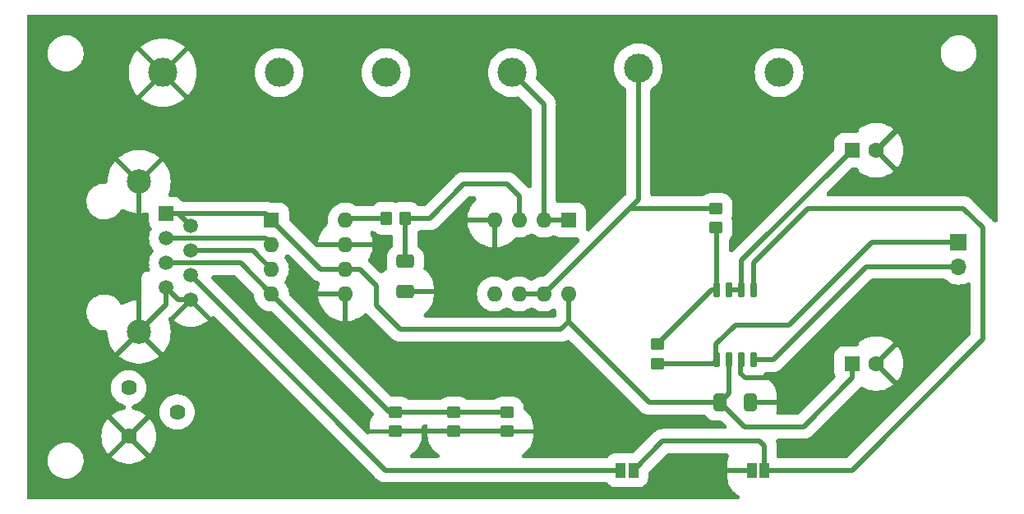
<source format=gtl>
G04 #@! TF.GenerationSoftware,KiCad,Pcbnew,7.0.7*
G04 #@! TF.CreationDate,2023-10-30T12:22:07+01:00*
G04 #@! TF.ProjectId,Speaker,53706561-6b65-4722-9e6b-696361645f70,rev?*
G04 #@! TF.SameCoordinates,Original*
G04 #@! TF.FileFunction,Copper,L1,Top*
G04 #@! TF.FilePolarity,Positive*
%FSLAX46Y46*%
G04 Gerber Fmt 4.6, Leading zero omitted, Abs format (unit mm)*
G04 Created by KiCad (PCBNEW 7.0.7) date 2023-10-30 12:22:07*
%MOMM*%
%LPD*%
G01*
G04 APERTURE LIST*
G04 Aperture macros list*
%AMRoundRect*
0 Rectangle with rounded corners*
0 $1 Rounding radius*
0 $2 $3 $4 $5 $6 $7 $8 $9 X,Y pos of 4 corners*
0 Add a 4 corners polygon primitive as box body*
4,1,4,$2,$3,$4,$5,$6,$7,$8,$9,$2,$3,0*
0 Add four circle primitives for the rounded corners*
1,1,$1+$1,$2,$3*
1,1,$1+$1,$4,$5*
1,1,$1+$1,$6,$7*
1,1,$1+$1,$8,$9*
0 Add four rect primitives between the rounded corners*
20,1,$1+$1,$2,$3,$4,$5,0*
20,1,$1+$1,$4,$5,$6,$7,0*
20,1,$1+$1,$6,$7,$8,$9,0*
20,1,$1+$1,$8,$9,$2,$3,0*%
G04 Aperture macros list end*
G04 #@! TA.AperFunction,SMDPad,CuDef*
%ADD10RoundRect,0.250000X0.450000X-0.350000X0.450000X0.350000X-0.450000X0.350000X-0.450000X-0.350000X0*%
G04 #@! TD*
G04 #@! TA.AperFunction,ComponentPad*
%ADD11C,3.000000*%
G04 #@! TD*
G04 #@! TA.AperFunction,SMDPad,CuDef*
%ADD12RoundRect,0.250000X-0.450000X0.350000X-0.450000X-0.350000X0.450000X-0.350000X0.450000X0.350000X0*%
G04 #@! TD*
G04 #@! TA.AperFunction,SMDPad,CuDef*
%ADD13RoundRect,0.250000X-0.350000X-0.450000X0.350000X-0.450000X0.350000X0.450000X-0.350000X0.450000X0*%
G04 #@! TD*
G04 #@! TA.AperFunction,SMDPad,CuDef*
%ADD14RoundRect,0.250000X-0.412500X-0.650000X0.412500X-0.650000X0.412500X0.650000X-0.412500X0.650000X0*%
G04 #@! TD*
G04 #@! TA.AperFunction,SMDPad,CuDef*
%ADD15R,1.000000X1.500000*%
G04 #@! TD*
G04 #@! TA.AperFunction,ComponentPad*
%ADD16R,1.600000X1.600000*%
G04 #@! TD*
G04 #@! TA.AperFunction,ComponentPad*
%ADD17O,1.600000X1.600000*%
G04 #@! TD*
G04 #@! TA.AperFunction,ComponentPad*
%ADD18C,1.600000*%
G04 #@! TD*
G04 #@! TA.AperFunction,ComponentPad*
%ADD19C,1.620000*%
G04 #@! TD*
G04 #@! TA.AperFunction,ComponentPad*
%ADD20R,1.500000X1.500000*%
G04 #@! TD*
G04 #@! TA.AperFunction,ComponentPad*
%ADD21C,1.500000*%
G04 #@! TD*
G04 #@! TA.AperFunction,ComponentPad*
%ADD22C,2.500000*%
G04 #@! TD*
G04 #@! TA.AperFunction,ComponentPad*
%ADD23R,1.700000X1.700000*%
G04 #@! TD*
G04 #@! TA.AperFunction,ComponentPad*
%ADD24O,1.700000X1.700000*%
G04 #@! TD*
G04 #@! TA.AperFunction,SMDPad,CuDef*
%ADD25RoundRect,0.250000X-0.650000X0.412500X-0.650000X-0.412500X0.650000X-0.412500X0.650000X0.412500X0*%
G04 #@! TD*
G04 #@! TA.AperFunction,SMDPad,CuDef*
%ADD26RoundRect,0.150000X-0.150000X0.650000X-0.150000X-0.650000X0.150000X-0.650000X0.150000X0.650000X0*%
G04 #@! TD*
G04 #@! TA.AperFunction,Conductor*
%ADD27C,0.500000*%
G04 #@! TD*
G04 APERTURE END LIST*
D10*
X172000000Y-97000000D03*
X172000000Y-95000000D03*
D11*
X138000000Y-81000000D03*
X127000000Y-81000000D03*
D12*
X145000000Y-116000000D03*
X145000000Y-118000000D03*
D11*
X164000000Y-80500000D03*
X115000000Y-81000000D03*
D13*
X138000000Y-96000000D03*
X140000000Y-96000000D03*
D11*
X178500000Y-81000000D03*
D14*
X172437500Y-115000000D03*
X175562500Y-115000000D03*
D15*
X175700000Y-122000000D03*
X177000000Y-122000000D03*
D16*
X126200000Y-96200000D03*
D17*
X126200000Y-98740000D03*
X126200000Y-101280000D03*
X126200000Y-103820000D03*
X133820000Y-103820000D03*
X133820000Y-101280000D03*
X133820000Y-98740000D03*
X133820000Y-96200000D03*
D11*
X151000000Y-81000000D03*
D16*
X186000000Y-89000000D03*
D18*
X188500000Y-89000000D03*
D15*
X162200000Y-122000000D03*
X163500000Y-122000000D03*
D19*
X111500000Y-118500000D03*
X116500000Y-116000000D03*
X111500000Y-113500000D03*
D20*
X115350000Y-95555000D03*
D21*
X117890000Y-96825000D03*
X115350000Y-98095000D03*
X117890000Y-99365000D03*
X115350000Y-100635000D03*
X117890000Y-101905000D03*
X115350000Y-103175000D03*
X117890000Y-104445000D03*
D22*
X112556000Y-92253000D03*
X112556000Y-107747000D03*
D12*
X166000000Y-109000000D03*
X166000000Y-111000000D03*
X139000000Y-116000000D03*
X139000000Y-118000000D03*
D23*
X197000000Y-98460000D03*
D24*
X197000000Y-101000000D03*
D16*
X156800000Y-96200000D03*
D17*
X154260000Y-96200000D03*
X151720000Y-96200000D03*
X149180000Y-96200000D03*
X149180000Y-103820000D03*
X151720000Y-103820000D03*
X154260000Y-103820000D03*
X156800000Y-103820000D03*
D12*
X150500000Y-116000000D03*
X150500000Y-118000000D03*
D16*
X186000000Y-111000000D03*
D18*
X188500000Y-111000000D03*
D25*
X140000000Y-100437500D03*
X140000000Y-103562500D03*
D26*
X175905000Y-103400000D03*
X174635000Y-103400000D03*
X173365000Y-103400000D03*
X172095000Y-103400000D03*
X172095000Y-110600000D03*
X173365000Y-110600000D03*
X174635000Y-110600000D03*
X175905000Y-110600000D03*
D27*
X140000000Y-96000000D02*
X140000000Y-100437500D01*
X146000000Y-92500000D02*
X150500000Y-92500000D01*
X151720000Y-93720000D02*
X151720000Y-96200000D01*
X140000000Y-96000000D02*
X142500000Y-96000000D01*
X142500000Y-96000000D02*
X146000000Y-92500000D01*
X150500000Y-92500000D02*
X151720000Y-93720000D01*
X116620000Y-104445000D02*
X115350000Y-103175000D01*
X117890000Y-104445000D02*
X116620000Y-104445000D01*
X178500000Y-112500000D02*
X180500000Y-110500000D01*
X174500000Y-110735000D02*
X174500000Y-112000000D01*
X174500000Y-112000000D02*
X175000000Y-112500000D01*
X180500000Y-110500000D02*
X181500000Y-110500000D01*
X115350000Y-103175000D02*
X115350000Y-104953000D01*
X115350000Y-104953000D02*
X112556000Y-107747000D01*
X112556000Y-92253000D02*
X112556000Y-107747000D01*
X174635000Y-110600000D02*
X174500000Y-110735000D01*
X175000000Y-112500000D02*
X178500000Y-112500000D01*
X139000000Y-118000000D02*
X150500000Y-118000000D01*
X186000000Y-112500000D02*
X186000000Y-111000000D01*
X156800000Y-106700000D02*
X156800000Y-103820000D01*
X173365000Y-113000000D02*
X173365000Y-114072500D01*
X173365000Y-110600000D02*
X173365000Y-113000000D01*
X135280000Y-101280000D02*
X137000000Y-103000000D01*
X126200000Y-96200000D02*
X125555000Y-95555000D01*
X115350000Y-95555000D02*
X116620000Y-95555000D01*
X125555000Y-95555000D02*
X115350000Y-95555000D01*
X156000000Y-107500000D02*
X156800000Y-106700000D01*
X137000000Y-103000000D02*
X137000000Y-105000000D01*
X165100000Y-115000000D02*
X156800000Y-106700000D01*
X133820000Y-101280000D02*
X131280000Y-101280000D01*
X116620000Y-95555000D02*
X117890000Y-96825000D01*
X173365000Y-114072500D02*
X172437500Y-115000000D01*
X139500000Y-107500000D02*
X156000000Y-107500000D01*
X133820000Y-101280000D02*
X135280000Y-101280000D01*
X137000000Y-105000000D02*
X139500000Y-107500000D01*
X131280000Y-101280000D02*
X126200000Y-96200000D01*
X174937500Y-117500000D02*
X181000000Y-117500000D01*
X172437500Y-115000000D02*
X174937500Y-117500000D01*
X181000000Y-117500000D02*
X186000000Y-112500000D01*
X172437500Y-115000000D02*
X165100000Y-115000000D01*
X117890000Y-99365000D02*
X124285000Y-99365000D01*
X124285000Y-99365000D02*
X126200000Y-101280000D01*
X139000000Y-116000000D02*
X138380000Y-116000000D01*
X139000000Y-116000000D02*
X150500000Y-116000000D01*
X123015000Y-100635000D02*
X126200000Y-103820000D01*
X138380000Y-116000000D02*
X126200000Y-103820000D01*
X115350000Y-100635000D02*
X123015000Y-100635000D01*
X173365000Y-103400000D02*
X174635000Y-103400000D01*
X174635000Y-100365000D02*
X186000000Y-89000000D01*
X174635000Y-103400000D02*
X174635000Y-100365000D01*
X115350000Y-98095000D02*
X125555000Y-98095000D01*
X125555000Y-98095000D02*
X126200000Y-98740000D01*
X162200000Y-122000000D02*
X140500000Y-122000000D01*
X117890000Y-101905000D02*
X137985000Y-122000000D01*
X137985000Y-122000000D02*
X140500000Y-122000000D01*
X166500000Y-119000000D02*
X176500000Y-119000000D01*
X197500000Y-95000000D02*
X181500000Y-95000000D01*
X163500000Y-122000000D02*
X166500000Y-119000000D01*
X176500000Y-119000000D02*
X177000000Y-119500000D01*
X186000000Y-122000000D02*
X199500000Y-108500000D01*
X175905000Y-100595000D02*
X175905000Y-103400000D01*
X177000000Y-119500000D02*
X177000000Y-122000000D01*
X199500000Y-97000000D02*
X197500000Y-95000000D01*
X177000000Y-122000000D02*
X186000000Y-122000000D01*
X181500000Y-95000000D02*
X175905000Y-100595000D01*
X199500000Y-108500000D02*
X199500000Y-97000000D01*
X172000000Y-110505000D02*
X172000000Y-109000000D01*
X172095000Y-110600000D02*
X172000000Y-110505000D01*
X172095000Y-110600000D02*
X171695000Y-111000000D01*
X174000000Y-107000000D02*
X179500000Y-107000000D01*
X172000000Y-109000000D02*
X174000000Y-107000000D01*
X171695000Y-111000000D02*
X166000000Y-111000000D01*
X179500000Y-107000000D02*
X188040000Y-98460000D01*
X188040000Y-98460000D02*
X197000000Y-98460000D01*
X175905000Y-110600000D02*
X177900000Y-110600000D01*
X177900000Y-110600000D02*
X187500000Y-101000000D01*
X187500000Y-101000000D02*
X197000000Y-101000000D01*
X134020000Y-96000000D02*
X133820000Y-96200000D01*
X138000000Y-96000000D02*
X134020000Y-96000000D01*
X166000000Y-109000000D02*
X171600000Y-103400000D01*
X172095000Y-97095000D02*
X172095000Y-103400000D01*
X172000000Y-97000000D02*
X172095000Y-97095000D01*
X171600000Y-103400000D02*
X172095000Y-103400000D01*
X151720000Y-103820000D02*
X154260000Y-103820000D01*
X163080000Y-95000000D02*
X164000000Y-94080000D01*
X164000000Y-94080000D02*
X164000000Y-80500000D01*
X163080000Y-95000000D02*
X172000000Y-95000000D01*
X154260000Y-103820000D02*
X163080000Y-95000000D01*
X154260000Y-84260000D02*
X151000000Y-81000000D01*
X154260000Y-96200000D02*
X154260000Y-84260000D01*
X154260000Y-96200000D02*
X156800000Y-96200000D01*
G04 #@! TA.AperFunction,Conductor*
G36*
X200845788Y-75019454D02*
G01*
X200926570Y-75073430D01*
X200980546Y-75154212D01*
X200999500Y-75249500D01*
X200999500Y-96170063D01*
X200980546Y-96265351D01*
X200926570Y-96346133D01*
X200845788Y-96400109D01*
X200750500Y-96419063D01*
X200655212Y-96400109D01*
X200574430Y-96346133D01*
X200549055Y-96316422D01*
X200519922Y-96276324D01*
X200463823Y-96195350D01*
X200456654Y-96186763D01*
X200456887Y-96186568D01*
X200453107Y-96182142D01*
X200452879Y-96182342D01*
X200445527Y-96173926D01*
X200414313Y-96144083D01*
X200374320Y-96105846D01*
X198927245Y-94658771D01*
X198438834Y-94170359D01*
X198429523Y-94159940D01*
X198407508Y-94132334D01*
X198364533Y-94094788D01*
X198357618Y-94088746D01*
X198351524Y-94083050D01*
X198344529Y-94076055D01*
X198344229Y-94075805D01*
X198312181Y-94049048D01*
X198238003Y-93984240D01*
X198228950Y-93977663D01*
X198229128Y-93977417D01*
X198224385Y-93974052D01*
X198224214Y-93974301D01*
X198215026Y-93967935D01*
X198129341Y-93919316D01*
X198086595Y-93893777D01*
X198044764Y-93868785D01*
X198044761Y-93868784D01*
X198044758Y-93868782D01*
X198034685Y-93863931D01*
X198034816Y-93863657D01*
X198029547Y-93861193D01*
X198029422Y-93861470D01*
X198019247Y-93856848D01*
X198019245Y-93856847D01*
X198019242Y-93856846D01*
X198019240Y-93856845D01*
X197926253Y-93824307D01*
X197834019Y-93789691D01*
X197823249Y-93786719D01*
X197823328Y-93786429D01*
X197817699Y-93784943D01*
X197817626Y-93785234D01*
X197806781Y-93782501D01*
X197709472Y-93767089D01*
X197612537Y-93749498D01*
X197601406Y-93748497D01*
X197601433Y-93748195D01*
X197595640Y-93747739D01*
X197595620Y-93748042D01*
X197584461Y-93747289D01*
X197485977Y-93749500D01*
X183620115Y-93749500D01*
X183524827Y-93730546D01*
X183444045Y-93676570D01*
X183390069Y-93595788D01*
X183371115Y-93500500D01*
X183390069Y-93405212D01*
X183444045Y-93324430D01*
X185895045Y-90873429D01*
X185975827Y-90819453D01*
X186071115Y-90800499D01*
X186451914Y-90800499D01*
X186547202Y-90819453D01*
X186627984Y-90873429D01*
X186681960Y-90954211D01*
X186698897Y-91039362D01*
X186700001Y-91039314D01*
X186700313Y-91046482D01*
X186700914Y-91049499D01*
X186700529Y-91051429D01*
X186704779Y-91148772D01*
X186825117Y-91249746D01*
X187097631Y-91428981D01*
X187389099Y-91575363D01*
X187389103Y-91575364D01*
X187695593Y-91686916D01*
X188012960Y-91762135D01*
X188336920Y-91800000D01*
X188663080Y-91800000D01*
X188987039Y-91762135D01*
X189304406Y-91686916D01*
X189304407Y-91686916D01*
X189610896Y-91575364D01*
X189610900Y-91575363D01*
X189902368Y-91428981D01*
X190174888Y-91249743D01*
X190295218Y-91148772D01*
X188782136Y-89635689D01*
X188728160Y-89554907D01*
X188709206Y-89459619D01*
X188728160Y-89364331D01*
X188782133Y-89283552D01*
X188783552Y-89282133D01*
X188864331Y-89228160D01*
X188959619Y-89209206D01*
X189054907Y-89228160D01*
X189135689Y-89282136D01*
X190651907Y-90798353D01*
X190843330Y-90541231D01*
X190843335Y-90541224D01*
X191006403Y-90258782D01*
X191006410Y-90258768D01*
X191135596Y-89959283D01*
X191135598Y-89959276D01*
X191229143Y-89646818D01*
X191285778Y-89325620D01*
X191285779Y-89325613D01*
X191304744Y-89000000D01*
X191285779Y-88674386D01*
X191285778Y-88674379D01*
X191229143Y-88353181D01*
X191135598Y-88040723D01*
X191135596Y-88040716D01*
X191006410Y-87741231D01*
X191006403Y-87741217D01*
X190843333Y-87458771D01*
X190651908Y-87201644D01*
X189135689Y-88717863D01*
X189054907Y-88771839D01*
X188959619Y-88790793D01*
X188864331Y-88771839D01*
X188783549Y-88717863D01*
X188782135Y-88716449D01*
X188728159Y-88635667D01*
X188709205Y-88540379D01*
X188728159Y-88445091D01*
X188782135Y-88364309D01*
X190295218Y-86851226D01*
X190174882Y-86750253D01*
X189902368Y-86571018D01*
X189610900Y-86424636D01*
X189610896Y-86424635D01*
X189304406Y-86313083D01*
X188987039Y-86237864D01*
X188663080Y-86200000D01*
X188336920Y-86200000D01*
X188012960Y-86237864D01*
X187695593Y-86313083D01*
X187695592Y-86313083D01*
X187389103Y-86424635D01*
X187389099Y-86424636D01*
X187097631Y-86571018D01*
X186825117Y-86750252D01*
X186825116Y-86750253D01*
X186704779Y-86851227D01*
X186700529Y-86948569D01*
X186700914Y-86950500D01*
X186700313Y-86953516D01*
X186700001Y-86960685D01*
X186698897Y-86960636D01*
X186681960Y-87045788D01*
X186627984Y-87126570D01*
X186547202Y-87180546D01*
X186451914Y-87199500D01*
X185141961Y-87199501D01*
X185022585Y-87210113D01*
X184826954Y-87266090D01*
X184826946Y-87266093D01*
X184646597Y-87360299D01*
X184646592Y-87360302D01*
X184488893Y-87488889D01*
X184488889Y-87488893D01*
X184360302Y-87646592D01*
X184360299Y-87646597D01*
X184266093Y-87826946D01*
X184266090Y-87826954D01*
X184210115Y-88022578D01*
X184210114Y-88022582D01*
X184199500Y-88141959D01*
X184199500Y-88928884D01*
X184180546Y-89024172D01*
X184126570Y-89104954D01*
X173805360Y-99426163D01*
X173794945Y-99435471D01*
X173767340Y-99457486D01*
X173766576Y-99458217D01*
X173765824Y-99458694D01*
X173758596Y-99464460D01*
X173757979Y-99463686D01*
X173684604Y-99510368D01*
X173588914Y-99527179D01*
X173494075Y-99506093D01*
X173414525Y-99450318D01*
X173362374Y-99368346D01*
X173345500Y-99278242D01*
X173345500Y-98326111D01*
X173364454Y-98230823D01*
X173408552Y-98164823D01*
X173406653Y-98163237D01*
X173413810Y-98154662D01*
X173413819Y-98154654D01*
X173542007Y-97969626D01*
X173635096Y-97764683D01*
X173690096Y-97546412D01*
X173700500Y-97414217D01*
X173700499Y-96585784D01*
X173690096Y-96453588D01*
X173635096Y-96235317D01*
X173574983Y-96102975D01*
X173552834Y-96008380D01*
X173568571Y-95912508D01*
X173574984Y-95897024D01*
X173585270Y-95874379D01*
X173635096Y-95764683D01*
X173690096Y-95546412D01*
X173700500Y-95414217D01*
X173700499Y-94585784D01*
X173690096Y-94453588D01*
X173635096Y-94235317D01*
X173542007Y-94030374D01*
X173542003Y-94030368D01*
X173413822Y-93845350D01*
X173413821Y-93845349D01*
X173413819Y-93845346D01*
X173254654Y-93686181D01*
X173254650Y-93686178D01*
X173254649Y-93686177D01*
X173069631Y-93557996D01*
X173069629Y-93557995D01*
X173069626Y-93557993D01*
X172932729Y-93495812D01*
X172864686Y-93464905D01*
X172864684Y-93464904D01*
X172864683Y-93464904D01*
X172646412Y-93409904D01*
X172646410Y-93409903D01*
X172646407Y-93409903D01*
X172514217Y-93399500D01*
X171485784Y-93399501D01*
X171413212Y-93405212D01*
X171353587Y-93409904D01*
X171135313Y-93464905D01*
X171036294Y-93509882D01*
X170930374Y-93557993D01*
X170930372Y-93557993D01*
X170930368Y-93557996D01*
X170745350Y-93686177D01*
X170738804Y-93691643D01*
X170653509Y-93738161D01*
X170579225Y-93749500D01*
X165499500Y-93749500D01*
X165404212Y-93730546D01*
X165323430Y-93676570D01*
X165269454Y-93595788D01*
X165250500Y-93500500D01*
X165250500Y-82809117D01*
X165269454Y-82713829D01*
X165323430Y-82633047D01*
X165353129Y-82607681D01*
X165597030Y-82430478D01*
X165826390Y-82215094D01*
X166026947Y-81972663D01*
X166195537Y-81707007D01*
X166329503Y-81422315D01*
X166426731Y-81123079D01*
X166450210Y-80999999D01*
X175994556Y-80999999D01*
X176014312Y-81314017D01*
X176014314Y-81314033D01*
X176073267Y-81623070D01*
X176073270Y-81623083D01*
X176170495Y-81922311D01*
X176170497Y-81922315D01*
X176304463Y-82207007D01*
X176473053Y-82472663D01*
X176673610Y-82715094D01*
X176902970Y-82930478D01*
X176902973Y-82930480D01*
X176902975Y-82930482D01*
X177157503Y-83115407D01*
X177157507Y-83115410D01*
X177157516Y-83115416D01*
X177433234Y-83266994D01*
X177725775Y-83382819D01*
X178030527Y-83461066D01*
X178342682Y-83500500D01*
X178342687Y-83500500D01*
X178657313Y-83500500D01*
X178657318Y-83500500D01*
X178969473Y-83461066D01*
X179274225Y-83382819D01*
X179566766Y-83266994D01*
X179842484Y-83115416D01*
X180097030Y-82930478D01*
X180326390Y-82715094D01*
X180526947Y-82472663D01*
X180695537Y-82207007D01*
X180829503Y-81922315D01*
X180926731Y-81623079D01*
X180965029Y-81422315D01*
X180985685Y-81314033D01*
X180985685Y-81314026D01*
X180985688Y-81314015D01*
X181005444Y-81000000D01*
X180985688Y-80685985D01*
X180985686Y-80685975D01*
X180985685Y-80685966D01*
X180953688Y-80518237D01*
X180926731Y-80376921D01*
X180829503Y-80077685D01*
X180695537Y-79792993D01*
X180526947Y-79527337D01*
X180326390Y-79284906D01*
X180097030Y-79069522D01*
X180097027Y-79069519D01*
X180097024Y-79069517D01*
X180094617Y-79067768D01*
X195145787Y-79067768D01*
X195175413Y-79337012D01*
X195175414Y-79337018D01*
X195237490Y-79574461D01*
X195243928Y-79599088D01*
X195349869Y-79848387D01*
X195349872Y-79848394D01*
X195490976Y-80079601D01*
X195490978Y-80079605D01*
X195490982Y-80079610D01*
X195490987Y-80079616D01*
X195490990Y-80079620D01*
X195664254Y-80287819D01*
X195664255Y-80287820D01*
X195861838Y-80464855D01*
X195865996Y-80468580D01*
X195865999Y-80468583D01*
X196091903Y-80618040D01*
X196091906Y-80618041D01*
X196091910Y-80618044D01*
X196337176Y-80733020D01*
X196596569Y-80811060D01*
X196864561Y-80850500D01*
X196864567Y-80850500D01*
X197067634Y-80850500D01*
X197092610Y-80848671D01*
X197270156Y-80835677D01*
X197534553Y-80776780D01*
X197787558Y-80680014D01*
X197835817Y-80652929D01*
X198023773Y-80547444D01*
X198132615Y-80463400D01*
X198238177Y-80381888D01*
X198426186Y-80186881D01*
X198583799Y-79966579D01*
X198707656Y-79725675D01*
X198759243Y-79574463D01*
X198795117Y-79469309D01*
X198819554Y-79337012D01*
X198844319Y-79202933D01*
X198854212Y-78932235D01*
X198824586Y-78662982D01*
X198756072Y-78400912D01*
X198650130Y-78151610D01*
X198509018Y-77920390D01*
X198407334Y-77798204D01*
X198335745Y-77712180D01*
X198285024Y-77666734D01*
X198134002Y-77531418D01*
X198134000Y-77531416D01*
X197908096Y-77381959D01*
X197775900Y-77319988D01*
X197662824Y-77266980D01*
X197403431Y-77188940D01*
X197403427Y-77188939D01*
X197403426Y-77188939D01*
X197341715Y-77179857D01*
X197135439Y-77149500D01*
X196932369Y-77149500D01*
X196932366Y-77149500D01*
X196869487Y-77154102D01*
X196729844Y-77164323D01*
X196729840Y-77164323D01*
X196729837Y-77164324D01*
X196465442Y-77223221D01*
X196212436Y-77319988D01*
X195976226Y-77452555D01*
X195761826Y-77618108D01*
X195573811Y-77813122D01*
X195416204Y-78033416D01*
X195416199Y-78033424D01*
X195292344Y-78274323D01*
X195292343Y-78274325D01*
X195204882Y-78530690D01*
X195155681Y-78797062D01*
X195155680Y-78797073D01*
X195145788Y-79067765D01*
X195145787Y-79067768D01*
X180094617Y-79067768D01*
X179842496Y-78884592D01*
X179842485Y-78884585D01*
X179842486Y-78884585D01*
X179842484Y-78884584D01*
X179683283Y-78797062D01*
X179566769Y-78733007D01*
X179500703Y-78706850D01*
X179274225Y-78617181D01*
X179274218Y-78617179D01*
X179274215Y-78617178D01*
X179083002Y-78568083D01*
X178969473Y-78538934D01*
X178657318Y-78499500D01*
X178342682Y-78499500D01*
X178030526Y-78538933D01*
X178030527Y-78538934D01*
X177725784Y-78617178D01*
X177725778Y-78617180D01*
X177725775Y-78617181D01*
X177610095Y-78662982D01*
X177433230Y-78733007D01*
X177157514Y-78884585D01*
X177157503Y-78884592D01*
X176902975Y-79069517D01*
X176673609Y-79284907D01*
X176473051Y-79527339D01*
X176304466Y-79792987D01*
X176170495Y-80077688D01*
X176073270Y-80376916D01*
X176073267Y-80376929D01*
X176014314Y-80685966D01*
X176014312Y-80685982D01*
X175994556Y-80999999D01*
X166450210Y-80999999D01*
X166485688Y-80814015D01*
X166505444Y-80500000D01*
X166485688Y-80185985D01*
X166485686Y-80185975D01*
X166485685Y-80185966D01*
X166434368Y-79916957D01*
X166426731Y-79876921D01*
X166329503Y-79577685D01*
X166195537Y-79292993D01*
X166026947Y-79027337D01*
X165826390Y-78784906D01*
X165597030Y-78569522D01*
X165597027Y-78569519D01*
X165597024Y-78569517D01*
X165342496Y-78384592D01*
X165342485Y-78384585D01*
X165342486Y-78384585D01*
X165342484Y-78384584D01*
X165141925Y-78274325D01*
X165066769Y-78233007D01*
X165010692Y-78210804D01*
X164774225Y-78117181D01*
X164774218Y-78117179D01*
X164774215Y-78117178D01*
X164583002Y-78068083D01*
X164469473Y-78038934D01*
X164157318Y-77999500D01*
X163842682Y-77999500D01*
X163574144Y-78033424D01*
X163530527Y-78038934D01*
X163225784Y-78117178D01*
X163225778Y-78117180D01*
X163225775Y-78117181D01*
X163138830Y-78151605D01*
X162933230Y-78233007D01*
X162657514Y-78384585D01*
X162657503Y-78384592D01*
X162402975Y-78569517D01*
X162173609Y-78784907D01*
X161973051Y-79027339D01*
X161804466Y-79292987D01*
X161670495Y-79577688D01*
X161573270Y-79876916D01*
X161573267Y-79876929D01*
X161514314Y-80185966D01*
X161514312Y-80185982D01*
X161494556Y-80500000D01*
X161514312Y-80814017D01*
X161514314Y-80814033D01*
X161573267Y-81123070D01*
X161573270Y-81123083D01*
X161670495Y-81422311D01*
X161670497Y-81422315D01*
X161804463Y-81707007D01*
X161973053Y-81972663D01*
X162173610Y-82215094D01*
X162402970Y-82430478D01*
X162646862Y-82607675D01*
X162712807Y-82679014D01*
X162746434Y-82770164D01*
X162749500Y-82809117D01*
X162749500Y-93458886D01*
X162730546Y-93554174D01*
X162676570Y-93634956D01*
X162279208Y-94032318D01*
X162262137Y-94046900D01*
X162262336Y-94047127D01*
X162253924Y-94054476D01*
X162185845Y-94125679D01*
X159021588Y-97289936D01*
X158940806Y-97343912D01*
X158845518Y-97362866D01*
X158750230Y-97343912D01*
X158669448Y-97289936D01*
X158615472Y-97209154D01*
X158596518Y-97113866D01*
X158597497Y-97091809D01*
X158597971Y-97086485D01*
X158598922Y-97075784D01*
X158600500Y-97058042D01*
X158600499Y-95341961D01*
X158589886Y-95222585D01*
X158589886Y-95222582D01*
X158533909Y-95026951D01*
X158439698Y-94846593D01*
X158311109Y-94688891D01*
X158153407Y-94560302D01*
X158153402Y-94560299D01*
X157973053Y-94466093D01*
X157973052Y-94466092D01*
X157973049Y-94466091D01*
X157777418Y-94410114D01*
X157753541Y-94407991D01*
X157658041Y-94399500D01*
X157658037Y-94399500D01*
X156677851Y-94399500D01*
X155941961Y-94399501D01*
X155822580Y-94410113D01*
X155810949Y-94412275D01*
X155810527Y-94410007D01*
X155731153Y-94416552D01*
X155638642Y-94386874D01*
X155564531Y-94324052D01*
X155520102Y-94237651D01*
X155510500Y-94169171D01*
X155510500Y-84337208D01*
X155511282Y-84323272D01*
X155515237Y-84288172D01*
X155510781Y-84222089D01*
X155510500Y-84213716D01*
X155510500Y-84203845D01*
X155510499Y-84203830D01*
X155506721Y-84161859D01*
X155500096Y-84063590D01*
X155498346Y-84052539D01*
X155498648Y-84052491D01*
X155497676Y-84046772D01*
X155497376Y-84046827D01*
X155495378Y-84035818D01*
X155495377Y-84035815D01*
X155495377Y-84035812D01*
X155469166Y-83940840D01*
X155445096Y-83845316D01*
X155441403Y-83834763D01*
X155441690Y-83834662D01*
X155439709Y-83829195D01*
X155439423Y-83829303D01*
X155435496Y-83818841D01*
X155435493Y-83818830D01*
X155392749Y-83730071D01*
X155352007Y-83640374D01*
X155352005Y-83640371D01*
X155346487Y-83630647D01*
X155346752Y-83630496D01*
X155343830Y-83625478D01*
X155343569Y-83625634D01*
X155337828Y-83616026D01*
X155279921Y-83536323D01*
X155223822Y-83455349D01*
X155223820Y-83455346D01*
X155223816Y-83455342D01*
X155216654Y-83446763D01*
X155216887Y-83446568D01*
X155213107Y-83442142D01*
X155212879Y-83442342D01*
X155205527Y-83433926D01*
X155152071Y-83382818D01*
X155134320Y-83365846D01*
X153514319Y-81745844D01*
X153460343Y-81665063D01*
X153441389Y-81569775D01*
X153445800Y-81523117D01*
X153485685Y-81314033D01*
X153485685Y-81314026D01*
X153485688Y-81314015D01*
X153505444Y-81000000D01*
X153485688Y-80685985D01*
X153485686Y-80685975D01*
X153485685Y-80685966D01*
X153453688Y-80518237D01*
X153426731Y-80376921D01*
X153329503Y-80077685D01*
X153195537Y-79792993D01*
X153026947Y-79527337D01*
X152826390Y-79284906D01*
X152597030Y-79069522D01*
X152597027Y-79069519D01*
X152597024Y-79069517D01*
X152342496Y-78884592D01*
X152342485Y-78884585D01*
X152342486Y-78884585D01*
X152342484Y-78884584D01*
X152183283Y-78797062D01*
X152066769Y-78733007D01*
X152000703Y-78706850D01*
X151774225Y-78617181D01*
X151774218Y-78617179D01*
X151774215Y-78617178D01*
X151583002Y-78568083D01*
X151469473Y-78538934D01*
X151157318Y-78499500D01*
X150842682Y-78499500D01*
X150530527Y-78538934D01*
X150225784Y-78617178D01*
X150225778Y-78617180D01*
X150225775Y-78617181D01*
X150110095Y-78662982D01*
X149933230Y-78733007D01*
X149657514Y-78884585D01*
X149657503Y-78884592D01*
X149402975Y-79069517D01*
X149173609Y-79284907D01*
X148973051Y-79527339D01*
X148804466Y-79792987D01*
X148670495Y-80077688D01*
X148573270Y-80376916D01*
X148573267Y-80376929D01*
X148514314Y-80685966D01*
X148514312Y-80685982D01*
X148494556Y-81000000D01*
X148514312Y-81314017D01*
X148514314Y-81314033D01*
X148573267Y-81623070D01*
X148573270Y-81623083D01*
X148670495Y-81922311D01*
X148670497Y-81922315D01*
X148804463Y-82207007D01*
X148973053Y-82472663D01*
X149173610Y-82715094D01*
X149402970Y-82930478D01*
X149402973Y-82930480D01*
X149402975Y-82930482D01*
X149657503Y-83115407D01*
X149657507Y-83115410D01*
X149657516Y-83115416D01*
X149933234Y-83266994D01*
X150225775Y-83382819D01*
X150530527Y-83461066D01*
X150842682Y-83500500D01*
X150842687Y-83500500D01*
X151157313Y-83500500D01*
X151157318Y-83500500D01*
X151469473Y-83461066D01*
X151509440Y-83450803D01*
X151606447Y-83445464D01*
X151698114Y-83477653D01*
X151747436Y-83515910D01*
X152936570Y-84705044D01*
X152990546Y-84785826D01*
X153009500Y-84881114D01*
X153009500Y-92639886D01*
X152990546Y-92735174D01*
X152936570Y-92815956D01*
X152855788Y-92869932D01*
X152760500Y-92888886D01*
X152665212Y-92869932D01*
X152584430Y-92815956D01*
X151438834Y-91670359D01*
X151429523Y-91659940D01*
X151407508Y-91632334D01*
X151395815Y-91622118D01*
X151357618Y-91588746D01*
X151351524Y-91583050D01*
X151344529Y-91576055D01*
X151331108Y-91564850D01*
X151312181Y-91549048D01*
X151238003Y-91484240D01*
X151228950Y-91477663D01*
X151229128Y-91477417D01*
X151224385Y-91474052D01*
X151224214Y-91474301D01*
X151215026Y-91467935D01*
X151129341Y-91419316D01*
X151068755Y-91383119D01*
X151044764Y-91368785D01*
X151044761Y-91368784D01*
X151044758Y-91368782D01*
X151034685Y-91363931D01*
X151034816Y-91363657D01*
X151029547Y-91361193D01*
X151029422Y-91361470D01*
X151019247Y-91356848D01*
X151019245Y-91356847D01*
X151019242Y-91356846D01*
X151019240Y-91356845D01*
X150926253Y-91324307D01*
X150834019Y-91289691D01*
X150823249Y-91286719D01*
X150823328Y-91286429D01*
X150817699Y-91284943D01*
X150817626Y-91285234D01*
X150806781Y-91282501D01*
X150709472Y-91267089D01*
X150612537Y-91249498D01*
X150601406Y-91248497D01*
X150601433Y-91248195D01*
X150595640Y-91247739D01*
X150595620Y-91248042D01*
X150584461Y-91247289D01*
X150485977Y-91249500D01*
X146077209Y-91249500D01*
X146063271Y-91248717D01*
X146028172Y-91244763D01*
X146028171Y-91244763D01*
X145997420Y-91246836D01*
X145962090Y-91249218D01*
X145953717Y-91249500D01*
X145943838Y-91249500D01*
X145901859Y-91253278D01*
X145803589Y-91259903D01*
X145792544Y-91261653D01*
X145792496Y-91261353D01*
X145786758Y-91262328D01*
X145786813Y-91262626D01*
X145775812Y-91264622D01*
X145680844Y-91290832D01*
X145585311Y-91314905D01*
X145574762Y-91318597D01*
X145574662Y-91318312D01*
X145569188Y-91320296D01*
X145569295Y-91320580D01*
X145558822Y-91324510D01*
X145470071Y-91367250D01*
X145380373Y-91407993D01*
X145370647Y-91413512D01*
X145370497Y-91413249D01*
X145365469Y-91416177D01*
X145365624Y-91416437D01*
X145356022Y-91422173D01*
X145276319Y-91480081D01*
X145195342Y-91536183D01*
X145186757Y-91543350D01*
X145186564Y-91543119D01*
X145182138Y-91546900D01*
X145182336Y-91547127D01*
X145173924Y-91554476D01*
X145105845Y-91625679D01*
X142054956Y-94676570D01*
X141974174Y-94730546D01*
X141878886Y-94749500D01*
X141421112Y-94749500D01*
X141325824Y-94730546D01*
X141245045Y-94676572D01*
X141154654Y-94586181D01*
X141154650Y-94586178D01*
X141154649Y-94586177D01*
X140969631Y-94457996D01*
X140969629Y-94457995D01*
X140969626Y-94457993D01*
X140810086Y-94385527D01*
X140764686Y-94364905D01*
X140764684Y-94364904D01*
X140764683Y-94364904D01*
X140546412Y-94309904D01*
X140546410Y-94309903D01*
X140546407Y-94309903D01*
X140414217Y-94299500D01*
X139585784Y-94299501D01*
X139497653Y-94306436D01*
X139453587Y-94309904D01*
X139235316Y-94364904D01*
X139102975Y-94425016D01*
X139008378Y-94447165D01*
X138912506Y-94431428D01*
X138897025Y-94425016D01*
X138764683Y-94364904D01*
X138764682Y-94364903D01*
X138546412Y-94309904D01*
X138546410Y-94309903D01*
X138546407Y-94309903D01*
X138414217Y-94299500D01*
X137585784Y-94299501D01*
X137497653Y-94306436D01*
X137453587Y-94309904D01*
X137235313Y-94364905D01*
X137088859Y-94431428D01*
X137030374Y-94457993D01*
X137030372Y-94457993D01*
X137030368Y-94457996D01*
X136845350Y-94586177D01*
X136845346Y-94586180D01*
X136845346Y-94586181D01*
X136754954Y-94676572D01*
X136674176Y-94730546D01*
X136578888Y-94749500D01*
X134965543Y-94749500D01*
X134870255Y-94730546D01*
X134825276Y-94706233D01*
X134722778Y-94636350D01*
X134722773Y-94636348D01*
X134479649Y-94519265D01*
X134479644Y-94519263D01*
X134479641Y-94519262D01*
X134221772Y-94439720D01*
X133954929Y-94399500D01*
X133685071Y-94399500D01*
X133515783Y-94425016D01*
X133418227Y-94439720D01*
X133160353Y-94519264D01*
X132917227Y-94636348D01*
X132694257Y-94788366D01*
X132496437Y-94971916D01*
X132328189Y-95182892D01*
X132328188Y-95182892D01*
X132193257Y-95416601D01*
X132193256Y-95416604D01*
X132094667Y-95667801D01*
X132094663Y-95667812D01*
X132034616Y-95930899D01*
X132014451Y-96200000D01*
X132033105Y-96448940D01*
X132021324Y-96545378D01*
X131973535Y-96629967D01*
X131944859Y-96658288D01*
X131895261Y-96699907D01*
X131671441Y-96937144D01*
X131671439Y-96937146D01*
X131476666Y-97198771D01*
X131313596Y-97481217D01*
X131313589Y-97481231D01*
X131184403Y-97780716D01*
X131184401Y-97780723D01*
X131090856Y-98093181D01*
X131034221Y-98414379D01*
X131034220Y-98414387D01*
X131029817Y-98490000D01*
X133166014Y-98490000D01*
X133261302Y-98508954D01*
X133342084Y-98562930D01*
X133396060Y-98643712D01*
X133415014Y-98739000D01*
X133415014Y-98741000D01*
X133396060Y-98836288D01*
X133342084Y-98917070D01*
X133261302Y-98971046D01*
X133166014Y-98990000D01*
X131008134Y-98990000D01*
X130994830Y-98999460D01*
X130900133Y-99021176D01*
X130804334Y-99005000D01*
X130722018Y-98953394D01*
X130716825Y-98948351D01*
X128073429Y-96304955D01*
X128019453Y-96224173D01*
X128000499Y-96128885D01*
X128000499Y-95341961D01*
X127989886Y-95222585D01*
X127989886Y-95222582D01*
X127933909Y-95026951D01*
X127839698Y-94846593D01*
X127711109Y-94688891D01*
X127553407Y-94560302D01*
X127553402Y-94560299D01*
X127373053Y-94466093D01*
X127373052Y-94466092D01*
X127373049Y-94466091D01*
X127177418Y-94410114D01*
X127153541Y-94407991D01*
X127058041Y-94399500D01*
X127058037Y-94399500D01*
X126081268Y-94399500D01*
X125999029Y-94385527D01*
X125981254Y-94379307D01*
X125889019Y-94344691D01*
X125878249Y-94341719D01*
X125878328Y-94341429D01*
X125872699Y-94339943D01*
X125872626Y-94340234D01*
X125861781Y-94337501D01*
X125764472Y-94322089D01*
X125667537Y-94304498D01*
X125656406Y-94303497D01*
X125656433Y-94303195D01*
X125650640Y-94302739D01*
X125650620Y-94303042D01*
X125639461Y-94302289D01*
X125540977Y-94304500D01*
X117101089Y-94304500D01*
X117005801Y-94285546D01*
X116925019Y-94231570D01*
X116908115Y-94212859D01*
X116811109Y-94093891D01*
X116653407Y-93965302D01*
X116653402Y-93965299D01*
X116473053Y-93871093D01*
X116473052Y-93871092D01*
X116473049Y-93871091D01*
X116277418Y-93815114D01*
X116253541Y-93812991D01*
X116158041Y-93804500D01*
X115803546Y-93804500D01*
X115708258Y-93785546D01*
X115627476Y-93731570D01*
X115573500Y-93650788D01*
X115554546Y-93555500D01*
X115572231Y-93463335D01*
X115640394Y-93292258D01*
X115734677Y-92952682D01*
X115734679Y-92952675D01*
X115791693Y-92604899D01*
X115810772Y-92252999D01*
X115791693Y-91901100D01*
X115734679Y-91553324D01*
X115734677Y-91553317D01*
X115640393Y-91213739D01*
X115640392Y-91213737D01*
X115509955Y-90886362D01*
X115344873Y-90574984D01*
X115344872Y-90574982D01*
X115147103Y-90283295D01*
X115024084Y-90138467D01*
X113441934Y-91720616D01*
X113361153Y-91774592D01*
X113265865Y-91793546D01*
X113170577Y-91774592D01*
X113105728Y-91735221D01*
X113104192Y-91733931D01*
X113043413Y-91658135D01*
X113016267Y-91564850D01*
X113026886Y-91468277D01*
X113073654Y-91383119D01*
X113088259Y-91367186D01*
X114673373Y-89782071D01*
X114663099Y-89772339D01*
X114382533Y-89559057D01*
X114080565Y-89377370D01*
X114080561Y-89377368D01*
X113760723Y-89229394D01*
X113426745Y-89116865D01*
X113426731Y-89116861D01*
X113082567Y-89041104D01*
X113082552Y-89041102D01*
X112732216Y-89003000D01*
X112379784Y-89003000D01*
X112029447Y-89041102D01*
X112029432Y-89041104D01*
X111685268Y-89116861D01*
X111685254Y-89116865D01*
X111351276Y-89229394D01*
X111031438Y-89377368D01*
X111031434Y-89377370D01*
X110729466Y-89559057D01*
X110448902Y-89772338D01*
X110438625Y-89782071D01*
X112026057Y-91369503D01*
X112080033Y-91450285D01*
X112098987Y-91545573D01*
X112080033Y-91640861D01*
X112031148Y-91716400D01*
X112029776Y-91717855D01*
X111950613Y-91774178D01*
X111855922Y-91795921D01*
X111760119Y-91779771D01*
X111677788Y-91728189D01*
X111672545Y-91723098D01*
X110087913Y-90138467D01*
X109964902Y-90283289D01*
X109964897Y-90283295D01*
X109767127Y-90574982D01*
X109767126Y-90574984D01*
X109602044Y-90886362D01*
X109471607Y-91213737D01*
X109471606Y-91213739D01*
X109377322Y-91553317D01*
X109377320Y-91553324D01*
X109320306Y-91901100D01*
X109304156Y-92198981D01*
X109280071Y-92293103D01*
X109221800Y-92370844D01*
X109138215Y-92420367D01*
X109055521Y-92434500D01*
X108932366Y-92434500D01*
X108869487Y-92439102D01*
X108729844Y-92449323D01*
X108729840Y-92449323D01*
X108729837Y-92449324D01*
X108465442Y-92508221D01*
X108212436Y-92604988D01*
X107976226Y-92737555D01*
X107761826Y-92903108D01*
X107573811Y-93098122D01*
X107416204Y-93318416D01*
X107416199Y-93318424D01*
X107292344Y-93559323D01*
X107292343Y-93559325D01*
X107204882Y-93815690D01*
X107155681Y-94082062D01*
X107155680Y-94082073D01*
X107145788Y-94352765D01*
X107145787Y-94352768D01*
X107175413Y-94622012D01*
X107175414Y-94622018D01*
X107243928Y-94884088D01*
X107331099Y-95089219D01*
X107349869Y-95133387D01*
X107349872Y-95133394D01*
X107490976Y-95364601D01*
X107490978Y-95364605D01*
X107490982Y-95364610D01*
X107490987Y-95364616D01*
X107490990Y-95364620D01*
X107618937Y-95518365D01*
X107664255Y-95572820D01*
X107770260Y-95667801D01*
X107865996Y-95753580D01*
X107865999Y-95753583D01*
X108091903Y-95903040D01*
X108091906Y-95903041D01*
X108091910Y-95903044D01*
X108337176Y-96018020D01*
X108596569Y-96096060D01*
X108864561Y-96135500D01*
X108864567Y-96135500D01*
X109067634Y-96135500D01*
X109092610Y-96133671D01*
X109270156Y-96120677D01*
X109534553Y-96061780D01*
X109787558Y-95965014D01*
X109848348Y-95930897D01*
X110023773Y-95832444D01*
X110238173Y-95666891D01*
X110238172Y-95666891D01*
X110238177Y-95666888D01*
X110426186Y-95471881D01*
X110583799Y-95251579D01*
X110616116Y-95188720D01*
X110676540Y-95112646D01*
X110761480Y-95065484D01*
X110858003Y-95054417D01*
X110951413Y-95081129D01*
X110965935Y-95089219D01*
X111031438Y-95128631D01*
X111351276Y-95276605D01*
X111685254Y-95389134D01*
X111685268Y-95389138D01*
X112029432Y-95464895D01*
X112029447Y-95464897D01*
X112379784Y-95503000D01*
X112732216Y-95503000D01*
X113082552Y-95464897D01*
X113082567Y-95464895D01*
X113296972Y-95417701D01*
X113394107Y-95415727D01*
X113484603Y-95451076D01*
X113554683Y-95518365D01*
X113593678Y-95607351D01*
X113599500Y-95660879D01*
X113599501Y-96363039D01*
X113610113Y-96482414D01*
X113610113Y-96482417D01*
X113610114Y-96482418D01*
X113643759Y-96600000D01*
X113666090Y-96678045D01*
X113666093Y-96678053D01*
X113760299Y-96858402D01*
X113760306Y-96858413D01*
X113817063Y-96928020D01*
X113862590Y-97013848D01*
X113871806Y-97110565D01*
X113843309Y-97203446D01*
X113839725Y-97209872D01*
X113768434Y-97333352D01*
X113768428Y-97333364D01*
X113672578Y-97577587D01*
X113614198Y-97833370D01*
X113614197Y-97833374D01*
X113594592Y-98094999D01*
X113614197Y-98356625D01*
X113614198Y-98356629D01*
X113672578Y-98612412D01*
X113768428Y-98856635D01*
X113768436Y-98856651D01*
X113899612Y-99083855D01*
X114000011Y-99209751D01*
X114044603Y-99296068D01*
X114052769Y-99392879D01*
X114023266Y-99485446D01*
X114000011Y-99520249D01*
X113899612Y-99646144D01*
X113768436Y-99873348D01*
X113768428Y-99873364D01*
X113672578Y-100117587D01*
X113614198Y-100373370D01*
X113614197Y-100373374D01*
X113594592Y-100635000D01*
X113614511Y-100900810D01*
X113602730Y-100997248D01*
X113592128Y-101016012D01*
X113589415Y-101060862D01*
X113630423Y-101101870D01*
X113684399Y-101182652D01*
X113686136Y-101186958D01*
X113687964Y-101191615D01*
X113705138Y-101287240D01*
X113684410Y-101382158D01*
X113628936Y-101461919D01*
X113547162Y-101514379D01*
X113451537Y-101531553D01*
X113356619Y-101510825D01*
X113280111Y-101458666D01*
X113235861Y-101414416D01*
X113082658Y-101609966D01*
X112910544Y-101894678D01*
X112774004Y-102198057D01*
X112675034Y-102515662D01*
X112675028Y-102515687D01*
X112615062Y-102842906D01*
X112594974Y-103174999D01*
X112615062Y-103507093D01*
X112675028Y-103834312D01*
X112675034Y-103834337D01*
X112774004Y-104151942D01*
X112776674Y-104158982D01*
X112774470Y-104159817D01*
X112793066Y-104240464D01*
X112777005Y-104336282D01*
X112725498Y-104418660D01*
X112646387Y-104475057D01*
X112551716Y-104496886D01*
X112544180Y-104497000D01*
X112379784Y-104497000D01*
X112029447Y-104535102D01*
X112029432Y-104535104D01*
X111685268Y-104610861D01*
X111685254Y-104610865D01*
X111351276Y-104723394D01*
X111031438Y-104871368D01*
X111031430Y-104871372D01*
X110966679Y-104910331D01*
X110875258Y-104943215D01*
X110778212Y-104938611D01*
X110690315Y-104897219D01*
X110625765Y-104826688D01*
X110509018Y-104635390D01*
X110479362Y-104599755D01*
X110335745Y-104427180D01*
X110252060Y-104352198D01*
X110134002Y-104246418D01*
X110134000Y-104246416D01*
X109908096Y-104096959D01*
X109891338Y-104089103D01*
X109662824Y-103981980D01*
X109403431Y-103903940D01*
X109403427Y-103903939D01*
X109403426Y-103903939D01*
X109341715Y-103894857D01*
X109135439Y-103864500D01*
X108932369Y-103864500D01*
X108932366Y-103864500D01*
X108869487Y-103869102D01*
X108729844Y-103879323D01*
X108729840Y-103879323D01*
X108729837Y-103879324D01*
X108465442Y-103938221D01*
X108212436Y-104034988D01*
X107976226Y-104167555D01*
X107761826Y-104333108D01*
X107573811Y-104528122D01*
X107416204Y-104748416D01*
X107416199Y-104748424D01*
X107292344Y-104989323D01*
X107292343Y-104989325D01*
X107204882Y-105245690D01*
X107155681Y-105512062D01*
X107155680Y-105512073D01*
X107145788Y-105782765D01*
X107145787Y-105782768D01*
X107175413Y-106052012D01*
X107175414Y-106052018D01*
X107243928Y-106314088D01*
X107348062Y-106559136D01*
X107349869Y-106563387D01*
X107349872Y-106563394D01*
X107490976Y-106794601D01*
X107490978Y-106794605D01*
X107490982Y-106794610D01*
X107490987Y-106794616D01*
X107490990Y-106794620D01*
X107664254Y-107002819D01*
X107664255Y-107002820D01*
X107790703Y-107116118D01*
X107865996Y-107183580D01*
X107865999Y-107183583D01*
X108091903Y-107333040D01*
X108091906Y-107333041D01*
X108091910Y-107333044D01*
X108337176Y-107448020D01*
X108596569Y-107526060D01*
X108864561Y-107565500D01*
X108864567Y-107565500D01*
X109055521Y-107565500D01*
X109150809Y-107584454D01*
X109231591Y-107638430D01*
X109285567Y-107719212D01*
X109304156Y-107801019D01*
X109320306Y-108098899D01*
X109377320Y-108446675D01*
X109377322Y-108446682D01*
X109471606Y-108786260D01*
X109471607Y-108786262D01*
X109602044Y-109113637D01*
X109767126Y-109425015D01*
X109767127Y-109425017D01*
X109964899Y-109716707D01*
X109964900Y-109716708D01*
X110087913Y-109861531D01*
X111670062Y-108279382D01*
X111750844Y-108225406D01*
X111846132Y-108206452D01*
X111941420Y-108225406D01*
X112006208Y-108264726D01*
X112007745Y-108266016D01*
X112068548Y-108341792D01*
X112095724Y-108435069D01*
X112085136Y-108531645D01*
X112038395Y-108616818D01*
X112023739Y-108632812D01*
X110438624Y-110217927D01*
X110448900Y-110227660D01*
X110729466Y-110440942D01*
X111031434Y-110622629D01*
X111031438Y-110622631D01*
X111351276Y-110770605D01*
X111685254Y-110883134D01*
X111685268Y-110883138D01*
X112029432Y-110958895D01*
X112029447Y-110958897D01*
X112379784Y-110997000D01*
X112732216Y-110997000D01*
X113082552Y-110958897D01*
X113082567Y-110958895D01*
X113426731Y-110883138D01*
X113426745Y-110883134D01*
X113760723Y-110770605D01*
X114080561Y-110622631D01*
X114080565Y-110622629D01*
X114382533Y-110440942D01*
X114663098Y-110227660D01*
X114663101Y-110227657D01*
X114673373Y-110217927D01*
X113085943Y-108630496D01*
X113031967Y-108549714D01*
X113013013Y-108454426D01*
X113031967Y-108359138D01*
X113080852Y-108283599D01*
X113082227Y-108282141D01*
X113161387Y-108225821D01*
X113256078Y-108204078D01*
X113351881Y-108220228D01*
X113434212Y-108271810D01*
X113439455Y-108276901D01*
X115024085Y-109861531D01*
X115147103Y-109716703D01*
X115344872Y-109425017D01*
X115344873Y-109425015D01*
X115509955Y-109113637D01*
X115640392Y-108786262D01*
X115640393Y-108786260D01*
X115734677Y-108446682D01*
X115734679Y-108446675D01*
X115791693Y-108098899D01*
X115810772Y-107747000D01*
X115791693Y-107395100D01*
X115734679Y-107047324D01*
X115734677Y-107047317D01*
X115654293Y-106757802D01*
X115653577Y-106748210D01*
X115646277Y-106728930D01*
X115640394Y-106707743D01*
X115640395Y-106707743D01*
X115577217Y-106549179D01*
X115559555Y-106453642D01*
X115579797Y-106358620D01*
X115634863Y-106278577D01*
X115716367Y-106225699D01*
X115764675Y-106216768D01*
X117264922Y-104716523D01*
X117345704Y-104662547D01*
X117440992Y-104643593D01*
X117536280Y-104662547D01*
X117593889Y-104696064D01*
X117595479Y-104697301D01*
X117659049Y-104770772D01*
X117689663Y-104862978D01*
X117682662Y-104959880D01*
X117639111Y-105046727D01*
X117618652Y-105069899D01*
X116129416Y-106559136D01*
X116324965Y-106712340D01*
X116609678Y-106884455D01*
X116913058Y-107020995D01*
X116913057Y-107020995D01*
X117230662Y-107119965D01*
X117230687Y-107119971D01*
X117557906Y-107179937D01*
X117890000Y-107200025D01*
X118222093Y-107179937D01*
X118549312Y-107119971D01*
X118549337Y-107119965D01*
X118866942Y-107020995D01*
X119170321Y-106884455D01*
X119455036Y-106712339D01*
X119455039Y-106712337D01*
X119650583Y-106559137D01*
X119650583Y-106559136D01*
X118158403Y-105066955D01*
X118104427Y-104986174D01*
X118085473Y-104890886D01*
X118104427Y-104795598D01*
X118151209Y-104722317D01*
X118152570Y-104720839D01*
X118231025Y-104663544D01*
X118325439Y-104640631D01*
X118421435Y-104655593D01*
X118504398Y-104706152D01*
X118511896Y-104713344D01*
X120004136Y-106205582D01*
X120014410Y-106192470D01*
X120088097Y-106129150D01*
X120180405Y-106098848D01*
X120277283Y-106106179D01*
X120363982Y-106150024D01*
X120386489Y-106169963D01*
X137046162Y-122829636D01*
X137055470Y-122840052D01*
X137077492Y-122867666D01*
X137077499Y-122867672D01*
X137127363Y-122911237D01*
X137133480Y-122916955D01*
X137140470Y-122923944D01*
X137140471Y-122923945D01*
X137172819Y-122950951D01*
X137179607Y-122956882D01*
X137247004Y-123015765D01*
X137247008Y-123015767D01*
X137256046Y-123022334D01*
X137255867Y-123022579D01*
X137260615Y-123025947D01*
X137260788Y-123025699D01*
X137269979Y-123032066D01*
X137269982Y-123032069D01*
X137355673Y-123080691D01*
X137440236Y-123131215D01*
X137440245Y-123131218D01*
X137450317Y-123136069D01*
X137450184Y-123136344D01*
X137455444Y-123138805D01*
X137455571Y-123138527D01*
X137465745Y-123143148D01*
X137465756Y-123143154D01*
X137558755Y-123175695D01*
X137650976Y-123210307D01*
X137650988Y-123210309D01*
X137661758Y-123213282D01*
X137661676Y-123213577D01*
X137667297Y-123215060D01*
X137667372Y-123214765D01*
X137678214Y-123217497D01*
X137678216Y-123217497D01*
X137678218Y-123217498D01*
X137775539Y-123232912D01*
X137872453Y-123250500D01*
X137872457Y-123250500D01*
X137883592Y-123251503D01*
X137883564Y-123251804D01*
X137889357Y-123252260D01*
X137889378Y-123251959D01*
X137900537Y-123252711D01*
X137900540Y-123252710D01*
X137900541Y-123252711D01*
X137999048Y-123250500D01*
X140387453Y-123250500D01*
X160698911Y-123250500D01*
X160794199Y-123269454D01*
X160874981Y-123323430D01*
X160891884Y-123342140D01*
X160988891Y-123461109D01*
X161146593Y-123589698D01*
X161326951Y-123683909D01*
X161522582Y-123739886D01*
X161641963Y-123750500D01*
X162758036Y-123750499D01*
X162758040Y-123750499D01*
X162827943Y-123744284D01*
X162872051Y-123744284D01*
X162888712Y-123745765D01*
X162941963Y-123750500D01*
X164058036Y-123750499D01*
X164058039Y-123750499D01*
X164109199Y-123745950D01*
X164177418Y-123739886D01*
X164373049Y-123683909D01*
X164553407Y-123589698D01*
X164711109Y-123461109D01*
X164839698Y-123303407D01*
X164933909Y-123123049D01*
X164989886Y-122927418D01*
X165000500Y-122808037D01*
X165000499Y-122371113D01*
X165019453Y-122275825D01*
X165073429Y-122195044D01*
X165073430Y-122195043D01*
X166945045Y-120323430D01*
X167025826Y-120269454D01*
X167121114Y-120250500D01*
X173079580Y-120250500D01*
X173174868Y-120269454D01*
X173255650Y-120323430D01*
X173309626Y-120404212D01*
X173328580Y-120499500D01*
X173312881Y-120586516D01*
X173276112Y-120685097D01*
X173276108Y-120685108D01*
X173215301Y-120964635D01*
X173200000Y-121178561D01*
X173200000Y-121749999D01*
X173200001Y-121750000D01*
X175250500Y-121750000D01*
X175345788Y-121768954D01*
X175426570Y-121822930D01*
X175480546Y-121903712D01*
X175499500Y-121998876D01*
X175499501Y-122000876D01*
X175480595Y-122096173D01*
X175426659Y-122176982D01*
X175345904Y-122230998D01*
X175250625Y-122250000D01*
X173200000Y-122250000D01*
X173200000Y-122821439D01*
X173215301Y-123035364D01*
X173276108Y-123314891D01*
X173276112Y-123314902D01*
X173376089Y-123582952D01*
X173513192Y-123834039D01*
X173513193Y-123834042D01*
X173684635Y-124063061D01*
X173886938Y-124265364D01*
X174115957Y-124436806D01*
X174115960Y-124436807D01*
X174290216Y-124531958D01*
X174364765Y-124594260D01*
X174409798Y-124680348D01*
X174418457Y-124777116D01*
X174389426Y-124869832D01*
X174327124Y-124944381D01*
X174241036Y-124989414D01*
X174170884Y-124999500D01*
X101249500Y-124999500D01*
X101154212Y-124980546D01*
X101073430Y-124926570D01*
X101019454Y-124845788D01*
X101000500Y-124750500D01*
X101000500Y-121067768D01*
X103145787Y-121067768D01*
X103172441Y-121310000D01*
X103175414Y-121337018D01*
X103243928Y-121599088D01*
X103316113Y-121768954D01*
X103349869Y-121848387D01*
X103349872Y-121848394D01*
X103490976Y-122079601D01*
X103490978Y-122079605D01*
X103490982Y-122079610D01*
X103490987Y-122079616D01*
X103490990Y-122079620D01*
X103632781Y-122250000D01*
X103664255Y-122287820D01*
X103769241Y-122381888D01*
X103865996Y-122468580D01*
X103865999Y-122468583D01*
X104091903Y-122618040D01*
X104091906Y-122618041D01*
X104091910Y-122618044D01*
X104337176Y-122733020D01*
X104596569Y-122811060D01*
X104864561Y-122850500D01*
X104864567Y-122850500D01*
X105067634Y-122850500D01*
X105092610Y-122848671D01*
X105270156Y-122835677D01*
X105534553Y-122776780D01*
X105787558Y-122680014D01*
X105835817Y-122652929D01*
X106023773Y-122547444D01*
X106238173Y-122381891D01*
X106238172Y-122381891D01*
X106238177Y-122381888D01*
X106426186Y-122186881D01*
X106583799Y-121966579D01*
X106707656Y-121725675D01*
X106795118Y-121469305D01*
X106844319Y-121202933D01*
X106854212Y-120932235D01*
X106824586Y-120662982D01*
X106756072Y-120400912D01*
X106650130Y-120151610D01*
X106509018Y-119920390D01*
X106335745Y-119712180D01*
X106134002Y-119531418D01*
X106134000Y-119531416D01*
X105908096Y-119381959D01*
X105775900Y-119319988D01*
X105662824Y-119266980D01*
X105403431Y-119188940D01*
X105403427Y-119188939D01*
X105403426Y-119188939D01*
X105341715Y-119179857D01*
X105135439Y-119149500D01*
X104932369Y-119149500D01*
X104932366Y-119149500D01*
X104869487Y-119154102D01*
X104729844Y-119164323D01*
X104729840Y-119164323D01*
X104729837Y-119164324D01*
X104465442Y-119223221D01*
X104212436Y-119319988D01*
X103976226Y-119452555D01*
X103761826Y-119618108D01*
X103573811Y-119813122D01*
X103416204Y-120033416D01*
X103416199Y-120033424D01*
X103292344Y-120274323D01*
X103292343Y-120274325D01*
X103204882Y-120530690D01*
X103155681Y-120797062D01*
X103155680Y-120797073D01*
X103145788Y-121067765D01*
X103145787Y-121067768D01*
X101000500Y-121067768D01*
X101000500Y-118499999D01*
X108685238Y-118499999D01*
X108704270Y-118826775D01*
X108704271Y-118826783D01*
X108761109Y-119149126D01*
X108854988Y-119462700D01*
X108984638Y-119763264D01*
X108984645Y-119763278D01*
X109148296Y-120046731D01*
X109340943Y-120305500D01*
X110825907Y-118820538D01*
X110906689Y-118766562D01*
X111001977Y-118747608D01*
X111097265Y-118766562D01*
X111178047Y-118820538D01*
X111196631Y-118841331D01*
X111197885Y-118842903D01*
X111242489Y-118929213D01*
X111250669Y-119026023D01*
X111221179Y-119118594D01*
X111179301Y-119174249D01*
X109697681Y-120655869D01*
X109697681Y-120655870D01*
X109819136Y-120757781D01*
X110092629Y-120937661D01*
X110385118Y-121084555D01*
X110385130Y-121084560D01*
X110692713Y-121196510D01*
X111011215Y-121271997D01*
X111011230Y-121272000D01*
X111336337Y-121310000D01*
X111663663Y-121310000D01*
X111988769Y-121272000D01*
X111988784Y-121271997D01*
X112307286Y-121196510D01*
X112614869Y-121084560D01*
X112614881Y-121084555D01*
X112907370Y-120937661D01*
X113180859Y-120757785D01*
X113302316Y-120655869D01*
X111817810Y-119171363D01*
X111763834Y-119090581D01*
X111744880Y-118995293D01*
X111763834Y-118900005D01*
X111817810Y-118819223D01*
X111824519Y-118812762D01*
X111826000Y-118811387D01*
X111908747Y-118760477D01*
X112004679Y-118745108D01*
X112099190Y-118767620D01*
X112171416Y-118817863D01*
X113659054Y-120305501D01*
X113659055Y-120305501D01*
X113851702Y-120046732D01*
X114015354Y-119763278D01*
X114015361Y-119763264D01*
X114145011Y-119462700D01*
X114238890Y-119149126D01*
X114295728Y-118826783D01*
X114295729Y-118826775D01*
X114314761Y-118499999D01*
X114295729Y-118173224D01*
X114295728Y-118173216D01*
X114238890Y-117850873D01*
X114145011Y-117537299D01*
X114015361Y-117236735D01*
X114015354Y-117236721D01*
X113851705Y-116953273D01*
X113659054Y-116694497D01*
X112174091Y-118179460D01*
X112093309Y-118233436D01*
X111998021Y-118252390D01*
X111902733Y-118233436D01*
X111821951Y-118179460D01*
X111803367Y-118158667D01*
X111802113Y-118157095D01*
X111757509Y-118070785D01*
X111749329Y-117973975D01*
X111778819Y-117881404D01*
X111820697Y-117825748D01*
X113302316Y-116344128D01*
X113180858Y-116242214D01*
X112907370Y-116062338D01*
X112783245Y-116000000D01*
X114684423Y-116000000D01*
X114685604Y-116015760D01*
X114704700Y-116270593D01*
X114704701Y-116270597D01*
X114765082Y-116535145D01*
X114765083Y-116535148D01*
X114864220Y-116787745D01*
X114864226Y-116787757D01*
X114999897Y-117022746D01*
X114999904Y-117022756D01*
X115169087Y-117234905D01*
X115169092Y-117234910D01*
X115368008Y-117419477D01*
X115592208Y-117572334D01*
X115592210Y-117572335D01*
X115592212Y-117572336D01*
X115730299Y-117638835D01*
X115836688Y-117690070D01*
X115836692Y-117690071D01*
X115836695Y-117690073D01*
X115967905Y-117730546D01*
X116095989Y-117770055D01*
X116095990Y-117770055D01*
X116095996Y-117770057D01*
X116327408Y-117804936D01*
X116364321Y-117810500D01*
X116364322Y-117810500D01*
X116635679Y-117810500D01*
X116668127Y-117805609D01*
X116904004Y-117770057D01*
X117163305Y-117690073D01*
X117163309Y-117690070D01*
X117163312Y-117690070D01*
X117231297Y-117657329D01*
X117407789Y-117572336D01*
X117420022Y-117563996D01*
X117631991Y-117419477D01*
X117631990Y-117419477D01*
X117631994Y-117419475D01*
X117830912Y-117234906D01*
X118000100Y-117022751D01*
X118135778Y-116787749D01*
X118234916Y-116535151D01*
X118295299Y-116270598D01*
X118315577Y-116000000D01*
X118295299Y-115729402D01*
X118234916Y-115464849D01*
X118135778Y-115212251D01*
X118000100Y-114977249D01*
X117830912Y-114765094D01*
X117814643Y-114749999D01*
X117631991Y-114580522D01*
X117407792Y-114427665D01*
X117407787Y-114427663D01*
X117163312Y-114309929D01*
X117163306Y-114309927D01*
X116904010Y-114229944D01*
X116904004Y-114229943D01*
X116799828Y-114214241D01*
X116635679Y-114189500D01*
X116635678Y-114189500D01*
X116364322Y-114189500D01*
X116364321Y-114189500D01*
X116095989Y-114229944D01*
X115836693Y-114309927D01*
X115836688Y-114309929D01*
X115592213Y-114427663D01*
X115592208Y-114427665D01*
X115368008Y-114580522D01*
X115169092Y-114765089D01*
X115169087Y-114765094D01*
X114999904Y-114977243D01*
X114999897Y-114977253D01*
X114864226Y-115212242D01*
X114864220Y-115212254D01*
X114765083Y-115464851D01*
X114765082Y-115464854D01*
X114704701Y-115729402D01*
X114704700Y-115729406D01*
X114687796Y-115954987D01*
X114684423Y-116000000D01*
X112783245Y-116000000D01*
X112614881Y-115915444D01*
X112614869Y-115915439D01*
X112307286Y-115803489D01*
X111990718Y-115728460D01*
X111902369Y-115688042D01*
X111836214Y-115616891D01*
X111802322Y-115525839D01*
X111805854Y-115428748D01*
X111846272Y-115340399D01*
X111917423Y-115274244D01*
X111974739Y-115248238D01*
X112163305Y-115190073D01*
X112407789Y-115072336D01*
X112631994Y-114919475D01*
X112830912Y-114734906D01*
X113000100Y-114522751D01*
X113135778Y-114287749D01*
X113234916Y-114035151D01*
X113295299Y-113770598D01*
X113315577Y-113500000D01*
X113295299Y-113229402D01*
X113234916Y-112964849D01*
X113135778Y-112712251D01*
X113000100Y-112477249D01*
X112830912Y-112265094D01*
X112824109Y-112258782D01*
X112631991Y-112080522D01*
X112407792Y-111927665D01*
X112407787Y-111927663D01*
X112163312Y-111809929D01*
X112163306Y-111809927D01*
X111904010Y-111729944D01*
X111904004Y-111729943D01*
X111799828Y-111714241D01*
X111635679Y-111689500D01*
X111635678Y-111689500D01*
X111364322Y-111689500D01*
X111364321Y-111689500D01*
X111095989Y-111729944D01*
X110836693Y-111809927D01*
X110836688Y-111809929D01*
X110592213Y-111927663D01*
X110592208Y-111927665D01*
X110368008Y-112080522D01*
X110169092Y-112265089D01*
X110169087Y-112265094D01*
X109999904Y-112477243D01*
X109999897Y-112477253D01*
X109864226Y-112712242D01*
X109864220Y-112712254D01*
X109765083Y-112964851D01*
X109765082Y-112964854D01*
X109704701Y-113229402D01*
X109704700Y-113229406D01*
X109684423Y-113500000D01*
X109704700Y-113770593D01*
X109704701Y-113770597D01*
X109765082Y-114035145D01*
X109765083Y-114035148D01*
X109864220Y-114287745D01*
X109864226Y-114287757D01*
X109999897Y-114522746D01*
X109999904Y-114522756D01*
X110169087Y-114734905D01*
X110169092Y-114734910D01*
X110368008Y-114919477D01*
X110592208Y-115072334D01*
X110592210Y-115072335D01*
X110592212Y-115072336D01*
X110641949Y-115096288D01*
X110836686Y-115190069D01*
X110836687Y-115190069D01*
X110836695Y-115190073D01*
X111025255Y-115248236D01*
X111110719Y-115294433D01*
X111172002Y-115369822D01*
X111199769Y-115462924D01*
X111189795Y-115559566D01*
X111143596Y-115645034D01*
X111068207Y-115706317D01*
X111009281Y-115728460D01*
X110692713Y-115803489D01*
X110385130Y-115915439D01*
X110385118Y-115915444D01*
X110092629Y-116062338D01*
X109819136Y-116242217D01*
X109819134Y-116242219D01*
X109697681Y-116344128D01*
X111182189Y-117828636D01*
X111236165Y-117909418D01*
X111255119Y-118004706D01*
X111236165Y-118099994D01*
X111182189Y-118180776D01*
X111175465Y-118187251D01*
X111173999Y-118188611D01*
X111091252Y-118239522D01*
X110995320Y-118254891D01*
X110900809Y-118232379D01*
X110828583Y-118182136D01*
X109340943Y-116694497D01*
X109148304Y-116953258D01*
X109148294Y-116953272D01*
X108984645Y-117236721D01*
X108984638Y-117236735D01*
X108854988Y-117537299D01*
X108761109Y-117850873D01*
X108704271Y-118173216D01*
X108704270Y-118173224D01*
X108685238Y-118499999D01*
X101000500Y-118499999D01*
X101000500Y-81000000D01*
X111495197Y-81000000D01*
X111514396Y-81366350D01*
X111571784Y-81728685D01*
X111666734Y-82083042D01*
X111798204Y-82425536D01*
X111798205Y-82425538D01*
X111964752Y-82752403D01*
X112164551Y-83060067D01*
X112353296Y-83293146D01*
X114114062Y-81532382D01*
X114194844Y-81478406D01*
X114290132Y-81459452D01*
X114385420Y-81478406D01*
X114450147Y-81517674D01*
X114450755Y-81518184D01*
X114450756Y-81518185D01*
X114451686Y-81518965D01*
X114512512Y-81594721D01*
X114539718Y-81687990D01*
X114529161Y-81784569D01*
X114482448Y-81869757D01*
X114467740Y-81885811D01*
X112706851Y-83646701D01*
X112706851Y-83646702D01*
X112939932Y-83835448D01*
X113247596Y-84035247D01*
X113574461Y-84201794D01*
X113574463Y-84201795D01*
X113916957Y-84333265D01*
X114271314Y-84428215D01*
X114633650Y-84485603D01*
X114633649Y-84485603D01*
X114999999Y-84504802D01*
X115366350Y-84485603D01*
X115728685Y-84428215D01*
X116083042Y-84333265D01*
X116425536Y-84201795D01*
X116425538Y-84201794D01*
X116752403Y-84035247D01*
X117060067Y-83835448D01*
X117293147Y-83646702D01*
X117293147Y-83646701D01*
X115529943Y-81883496D01*
X115475967Y-81802714D01*
X115457013Y-81707426D01*
X115475967Y-81612138D01*
X115524852Y-81536599D01*
X115526227Y-81535141D01*
X115605387Y-81478821D01*
X115700078Y-81457078D01*
X115795881Y-81473228D01*
X115878212Y-81524810D01*
X115883455Y-81529901D01*
X117646701Y-83293147D01*
X117646702Y-83293147D01*
X117835448Y-83060067D01*
X118035247Y-82752403D01*
X118201794Y-82425538D01*
X118201795Y-82425536D01*
X118333265Y-82083042D01*
X118428215Y-81728685D01*
X118485603Y-81366350D01*
X118504802Y-81000000D01*
X124494556Y-81000000D01*
X124514312Y-81314017D01*
X124514314Y-81314033D01*
X124573267Y-81623070D01*
X124573270Y-81623083D01*
X124670495Y-81922311D01*
X124670497Y-81922315D01*
X124804463Y-82207007D01*
X124973053Y-82472663D01*
X125173610Y-82715094D01*
X125402970Y-82930478D01*
X125402973Y-82930480D01*
X125402975Y-82930482D01*
X125657503Y-83115407D01*
X125657507Y-83115410D01*
X125657516Y-83115416D01*
X125933234Y-83266994D01*
X126225775Y-83382819D01*
X126530527Y-83461066D01*
X126842682Y-83500500D01*
X126842687Y-83500500D01*
X127157313Y-83500500D01*
X127157318Y-83500500D01*
X127469473Y-83461066D01*
X127774225Y-83382819D01*
X128066766Y-83266994D01*
X128342484Y-83115416D01*
X128597030Y-82930478D01*
X128826390Y-82715094D01*
X129026947Y-82472663D01*
X129195537Y-82207007D01*
X129329503Y-81922315D01*
X129426731Y-81623079D01*
X129465029Y-81422315D01*
X129485685Y-81314033D01*
X129485685Y-81314026D01*
X129485688Y-81314015D01*
X129505444Y-81000000D01*
X129505444Y-80999999D01*
X135494556Y-80999999D01*
X135514312Y-81314017D01*
X135514314Y-81314033D01*
X135573267Y-81623070D01*
X135573270Y-81623083D01*
X135670495Y-81922311D01*
X135670497Y-81922315D01*
X135804463Y-82207007D01*
X135973053Y-82472663D01*
X136173610Y-82715094D01*
X136402970Y-82930478D01*
X136402973Y-82930480D01*
X136402975Y-82930482D01*
X136657503Y-83115407D01*
X136657507Y-83115410D01*
X136657516Y-83115416D01*
X136933234Y-83266994D01*
X137225775Y-83382819D01*
X137530527Y-83461066D01*
X137842682Y-83500500D01*
X137842687Y-83500500D01*
X138157313Y-83500500D01*
X138157318Y-83500500D01*
X138469473Y-83461066D01*
X138774225Y-83382819D01*
X139066766Y-83266994D01*
X139342484Y-83115416D01*
X139597030Y-82930478D01*
X139826390Y-82715094D01*
X140026947Y-82472663D01*
X140195537Y-82207007D01*
X140329503Y-81922315D01*
X140426731Y-81623079D01*
X140465029Y-81422315D01*
X140485685Y-81314033D01*
X140485685Y-81314026D01*
X140485688Y-81314015D01*
X140505444Y-81000000D01*
X140485688Y-80685985D01*
X140485686Y-80685975D01*
X140485685Y-80685966D01*
X140453688Y-80518237D01*
X140426731Y-80376921D01*
X140329503Y-80077685D01*
X140195537Y-79792993D01*
X140026947Y-79527337D01*
X139826390Y-79284906D01*
X139597030Y-79069522D01*
X139597027Y-79069519D01*
X139597024Y-79069517D01*
X139342496Y-78884592D01*
X139342485Y-78884585D01*
X139342486Y-78884585D01*
X139342484Y-78884584D01*
X139183283Y-78797062D01*
X139066769Y-78733007D01*
X139000703Y-78706850D01*
X138774225Y-78617181D01*
X138774218Y-78617179D01*
X138774215Y-78617178D01*
X138583002Y-78568083D01*
X138469473Y-78538934D01*
X138157318Y-78499500D01*
X137842682Y-78499500D01*
X137530527Y-78538934D01*
X137225784Y-78617178D01*
X137225778Y-78617180D01*
X137225775Y-78617181D01*
X137110095Y-78662982D01*
X136933230Y-78733007D01*
X136657514Y-78884585D01*
X136657503Y-78884592D01*
X136402975Y-79069517D01*
X136173609Y-79284907D01*
X135973051Y-79527339D01*
X135804466Y-79792987D01*
X135670495Y-80077688D01*
X135573270Y-80376916D01*
X135573267Y-80376929D01*
X135514314Y-80685966D01*
X135514312Y-80685982D01*
X135494556Y-80999999D01*
X129505444Y-80999999D01*
X129485688Y-80685985D01*
X129485686Y-80685975D01*
X129485685Y-80685966D01*
X129453688Y-80518237D01*
X129426731Y-80376921D01*
X129329503Y-80077685D01*
X129195537Y-79792993D01*
X129026947Y-79527337D01*
X128826390Y-79284906D01*
X128597030Y-79069522D01*
X128597027Y-79069519D01*
X128597024Y-79069517D01*
X128342496Y-78884592D01*
X128342485Y-78884585D01*
X128342486Y-78884585D01*
X128342484Y-78884584D01*
X128183283Y-78797062D01*
X128066769Y-78733007D01*
X128000703Y-78706850D01*
X127774225Y-78617181D01*
X127774218Y-78617179D01*
X127774215Y-78617178D01*
X127583002Y-78568083D01*
X127469473Y-78538934D01*
X127157318Y-78499500D01*
X126842682Y-78499500D01*
X126530527Y-78538934D01*
X126225784Y-78617178D01*
X126225778Y-78617180D01*
X126225775Y-78617181D01*
X126110095Y-78662982D01*
X125933230Y-78733007D01*
X125657514Y-78884585D01*
X125657503Y-78884592D01*
X125402975Y-79069517D01*
X125173609Y-79284907D01*
X124973051Y-79527339D01*
X124804466Y-79792987D01*
X124670495Y-80077688D01*
X124573270Y-80376916D01*
X124573267Y-80376929D01*
X124514314Y-80685966D01*
X124514312Y-80685982D01*
X124494556Y-81000000D01*
X118504802Y-81000000D01*
X118504802Y-80999999D01*
X118485603Y-80633649D01*
X118428215Y-80271314D01*
X118333265Y-79916957D01*
X118201795Y-79574463D01*
X118201794Y-79574461D01*
X118035249Y-79247601D01*
X117835449Y-78939934D01*
X117835441Y-78939923D01*
X117646702Y-78706851D01*
X117646701Y-78706851D01*
X115885935Y-80467616D01*
X115805154Y-80521592D01*
X115709866Y-80540546D01*
X115614578Y-80521592D01*
X115549851Y-80482324D01*
X115548313Y-80481034D01*
X115487486Y-80405277D01*
X115460280Y-80312008D01*
X115470837Y-80215429D01*
X115517550Y-80130241D01*
X115532258Y-80114186D01*
X117293147Y-78353296D01*
X117060067Y-78164551D01*
X116752403Y-77964752D01*
X116425538Y-77798205D01*
X116425536Y-77798204D01*
X116083042Y-77666734D01*
X115728685Y-77571784D01*
X115366349Y-77514396D01*
X115366350Y-77514396D01*
X114999999Y-77495197D01*
X114633649Y-77514396D01*
X114271314Y-77571784D01*
X113916957Y-77666734D01*
X113574463Y-77798204D01*
X113574461Y-77798205D01*
X113247601Y-77964750D01*
X112939928Y-78164554D01*
X112706851Y-78353296D01*
X114470057Y-80116503D01*
X114524033Y-80197285D01*
X114542987Y-80292573D01*
X114524033Y-80387861D01*
X114475148Y-80463400D01*
X114473776Y-80464855D01*
X114394613Y-80521178D01*
X114299922Y-80542921D01*
X114204119Y-80526771D01*
X114121788Y-80475189D01*
X114116546Y-80470098D01*
X112353297Y-78706850D01*
X112353296Y-78706851D01*
X112164554Y-78939928D01*
X111964750Y-79247601D01*
X111798205Y-79574461D01*
X111798204Y-79574463D01*
X111666734Y-79916957D01*
X111571784Y-80271314D01*
X111514396Y-80633649D01*
X111495197Y-81000000D01*
X101000500Y-81000000D01*
X101000500Y-79067768D01*
X103145787Y-79067768D01*
X103175413Y-79337012D01*
X103175414Y-79337018D01*
X103237490Y-79574461D01*
X103243928Y-79599088D01*
X103349869Y-79848387D01*
X103349872Y-79848394D01*
X103490976Y-80079601D01*
X103490978Y-80079605D01*
X103490982Y-80079610D01*
X103490987Y-80079616D01*
X103490990Y-80079620D01*
X103664254Y-80287819D01*
X103664255Y-80287820D01*
X103861838Y-80464855D01*
X103865996Y-80468580D01*
X103865999Y-80468583D01*
X104091903Y-80618040D01*
X104091906Y-80618041D01*
X104091910Y-80618044D01*
X104337176Y-80733020D01*
X104596569Y-80811060D01*
X104864561Y-80850500D01*
X104864567Y-80850500D01*
X105067634Y-80850500D01*
X105092610Y-80848671D01*
X105270156Y-80835677D01*
X105534553Y-80776780D01*
X105787558Y-80680014D01*
X105835817Y-80652929D01*
X106023773Y-80547444D01*
X106132615Y-80463400D01*
X106238177Y-80381888D01*
X106426186Y-80186881D01*
X106583799Y-79966579D01*
X106707656Y-79725675D01*
X106759243Y-79574463D01*
X106795117Y-79469309D01*
X106819554Y-79337012D01*
X106844319Y-79202933D01*
X106854212Y-78932235D01*
X106824586Y-78662982D01*
X106756072Y-78400912D01*
X106650130Y-78151610D01*
X106509018Y-77920390D01*
X106407334Y-77798204D01*
X106335745Y-77712180D01*
X106285024Y-77666734D01*
X106134002Y-77531418D01*
X106134000Y-77531416D01*
X105908096Y-77381959D01*
X105775900Y-77319988D01*
X105662824Y-77266980D01*
X105403431Y-77188940D01*
X105403427Y-77188939D01*
X105403426Y-77188939D01*
X105341715Y-77179857D01*
X105135439Y-77149500D01*
X104932369Y-77149500D01*
X104932366Y-77149500D01*
X104869487Y-77154102D01*
X104729844Y-77164323D01*
X104729840Y-77164323D01*
X104729837Y-77164324D01*
X104465442Y-77223221D01*
X104212436Y-77319988D01*
X103976226Y-77452555D01*
X103761826Y-77618108D01*
X103573811Y-77813122D01*
X103416204Y-78033416D01*
X103416199Y-78033424D01*
X103292344Y-78274323D01*
X103292343Y-78274325D01*
X103204882Y-78530690D01*
X103155681Y-78797062D01*
X103155680Y-78797073D01*
X103145788Y-79067765D01*
X103145787Y-79067768D01*
X101000500Y-79067768D01*
X101000500Y-75249500D01*
X101019454Y-75154212D01*
X101073430Y-75073430D01*
X101154212Y-75019454D01*
X101249500Y-75000500D01*
X200750500Y-75000500D01*
X200845788Y-75019454D01*
G37*
G04 #@! TD.AperFunction*
G04 #@! TA.AperFunction,Conductor*
G36*
X122489174Y-101904454D02*
G01*
X122569956Y-101958430D01*
X124326117Y-103714591D01*
X124380093Y-103795373D01*
X124398351Y-103872053D01*
X124414616Y-104089100D01*
X124474663Y-104352187D01*
X124474666Y-104352195D01*
X124573257Y-104603398D01*
X124698615Y-104820527D01*
X124708188Y-104837107D01*
X124829579Y-104989325D01*
X124876439Y-105048085D01*
X125074259Y-105231635D01*
X125297226Y-105383651D01*
X125540359Y-105500738D01*
X125798228Y-105580280D01*
X126065071Y-105620500D01*
X126128886Y-105620500D01*
X126224174Y-105639454D01*
X126304956Y-105693430D01*
X136667675Y-116056149D01*
X136721651Y-116136931D01*
X136740605Y-116232219D01*
X136721651Y-116327507D01*
X136699217Y-116369689D01*
X136590839Y-116533363D01*
X136590827Y-116533385D01*
X136459480Y-116804472D01*
X136365436Y-117090652D01*
X136310375Y-117386811D01*
X136310373Y-117386827D01*
X136300000Y-117563994D01*
X136300000Y-117749999D01*
X136300001Y-117750000D01*
X141699998Y-117750000D01*
X141699999Y-117749999D01*
X141699999Y-117563997D01*
X141697075Y-117514055D01*
X141710426Y-117417822D01*
X141759589Y-117334023D01*
X141837077Y-117275417D01*
X141931094Y-117250926D01*
X141945649Y-117250500D01*
X142054350Y-117250500D01*
X142149638Y-117269454D01*
X142230420Y-117323430D01*
X142284396Y-117404212D01*
X142303350Y-117499500D01*
X142302924Y-117514055D01*
X142300000Y-117563995D01*
X142300000Y-117749999D01*
X142300001Y-117750000D01*
X145001000Y-117750000D01*
X145096288Y-117768954D01*
X145177070Y-117822930D01*
X145231046Y-117903712D01*
X145250000Y-117999000D01*
X145250000Y-118001000D01*
X145231046Y-118096288D01*
X145177070Y-118177070D01*
X145096288Y-118231046D01*
X145001000Y-118250000D01*
X142300002Y-118250000D01*
X142300001Y-118250001D01*
X142300001Y-118436004D01*
X142310373Y-118613175D01*
X142310374Y-118613185D01*
X142365436Y-118909347D01*
X142459480Y-119195527D01*
X142590827Y-119466614D01*
X142590835Y-119466628D01*
X142757144Y-119717792D01*
X142955443Y-119944544D01*
X142955455Y-119944556D01*
X143182207Y-120142855D01*
X143408790Y-120292888D01*
X143477775Y-120361299D01*
X143515329Y-120450903D01*
X143515735Y-120548057D01*
X143478931Y-120637971D01*
X143410520Y-120706956D01*
X143320916Y-120744510D01*
X143271319Y-120749500D01*
X140728681Y-120749500D01*
X140633393Y-120730546D01*
X140552611Y-120676570D01*
X140498635Y-120595788D01*
X140479681Y-120500500D01*
X140498635Y-120405212D01*
X140552611Y-120324430D01*
X140591210Y-120292888D01*
X140817792Y-120142855D01*
X141044544Y-119944556D01*
X141044556Y-119944544D01*
X141242855Y-119717792D01*
X141409164Y-119466628D01*
X141409172Y-119466614D01*
X141540519Y-119195527D01*
X141634563Y-118909347D01*
X141689624Y-118613188D01*
X141689626Y-118613172D01*
X141700000Y-118436006D01*
X141700000Y-118250001D01*
X141699999Y-118250000D01*
X136286193Y-118250000D01*
X136247026Y-118276170D01*
X136151738Y-118295124D01*
X136056450Y-118276170D01*
X135975668Y-118222194D01*
X120064044Y-102310570D01*
X120010068Y-102229788D01*
X119991114Y-102134500D01*
X120010068Y-102039212D01*
X120064044Y-101958430D01*
X120144826Y-101904454D01*
X120240114Y-101885500D01*
X122393886Y-101885500D01*
X122489174Y-101904454D01*
G37*
G04 #@! TD.AperFunction*
G04 #@! TA.AperFunction,Conductor*
G36*
X127913385Y-99725798D02*
G01*
X127999702Y-99770391D01*
X128020522Y-99788996D01*
X130341162Y-102109636D01*
X130350470Y-102120052D01*
X130365792Y-102139265D01*
X130372492Y-102147666D01*
X130415623Y-102185349D01*
X130422363Y-102191237D01*
X130428480Y-102196955D01*
X130435465Y-102203939D01*
X130435471Y-102203945D01*
X130459788Y-102224246D01*
X130467820Y-102230952D01*
X130542003Y-102295764D01*
X130551050Y-102302337D01*
X130550870Y-102302583D01*
X130555614Y-102305949D01*
X130555788Y-102305699D01*
X130564987Y-102312072D01*
X130650658Y-102360683D01*
X130683616Y-102380374D01*
X130735236Y-102411215D01*
X130735241Y-102411216D01*
X130745318Y-102416070D01*
X130745185Y-102416345D01*
X130750453Y-102418809D01*
X130750580Y-102418531D01*
X130760755Y-102423153D01*
X130853739Y-102455690D01*
X130884485Y-102467229D01*
X130945976Y-102490307D01*
X130945981Y-102490308D01*
X130956761Y-102493283D01*
X130956679Y-102493578D01*
X130962298Y-102495061D01*
X130962373Y-102494765D01*
X130973210Y-102497495D01*
X130973218Y-102497498D01*
X131000878Y-102501878D01*
X131092026Y-102535504D01*
X131163370Y-102601451D01*
X131204046Y-102689682D01*
X131207862Y-102786762D01*
X131190564Y-102846434D01*
X131184405Y-102860710D01*
X131184401Y-102860723D01*
X131090856Y-103173181D01*
X131034221Y-103494379D01*
X131034220Y-103494387D01*
X131029817Y-103570000D01*
X133166014Y-103570000D01*
X133261302Y-103588954D01*
X133342084Y-103642930D01*
X133396060Y-103723712D01*
X133415014Y-103819000D01*
X133415014Y-103821000D01*
X133396060Y-103916288D01*
X133342084Y-103997070D01*
X133261302Y-104051046D01*
X133166014Y-104070000D01*
X131029817Y-104070000D01*
X131034220Y-104145612D01*
X131034221Y-104145620D01*
X131090856Y-104466818D01*
X131184401Y-104779276D01*
X131184403Y-104779283D01*
X131313589Y-105078768D01*
X131313596Y-105078782D01*
X131476666Y-105361228D01*
X131671439Y-105622853D01*
X131671441Y-105622855D01*
X131895267Y-105860098D01*
X132145117Y-106069746D01*
X132417631Y-106248981D01*
X132709099Y-106395363D01*
X132709103Y-106395364D01*
X133015593Y-106506916D01*
X133332961Y-106582135D01*
X133570000Y-106609840D01*
X133570000Y-104469000D01*
X133588954Y-104373712D01*
X133642930Y-104292930D01*
X133723712Y-104238954D01*
X133819000Y-104220000D01*
X133821000Y-104220000D01*
X133916288Y-104238954D01*
X133997070Y-104292930D01*
X134051046Y-104373712D01*
X134070000Y-104469000D01*
X134070000Y-106609840D01*
X134307038Y-106582135D01*
X134624406Y-106506916D01*
X134624407Y-106506916D01*
X134930896Y-106395364D01*
X134930900Y-106395363D01*
X135222368Y-106248981D01*
X135494882Y-106069746D01*
X135744723Y-105860105D01*
X135746521Y-105858410D01*
X135747405Y-105857855D01*
X135750283Y-105855441D01*
X135750618Y-105855840D01*
X135828836Y-105806802D01*
X135924634Y-105790623D01*
X136019332Y-105812336D01*
X136089476Y-105859540D01*
X136125679Y-105894153D01*
X137347644Y-107116118D01*
X138561162Y-108329636D01*
X138570470Y-108340052D01*
X138592492Y-108367666D01*
X138599477Y-108373769D01*
X138642363Y-108411237D01*
X138648480Y-108416955D01*
X138653313Y-108421787D01*
X138655471Y-108423945D01*
X138679788Y-108444246D01*
X138687820Y-108450952D01*
X138762003Y-108515764D01*
X138771050Y-108522337D01*
X138770870Y-108522583D01*
X138775614Y-108525949D01*
X138775788Y-108525699D01*
X138784987Y-108532072D01*
X138870658Y-108580683D01*
X138900334Y-108598413D01*
X138955236Y-108631215D01*
X138955241Y-108631216D01*
X138965318Y-108636070D01*
X138965185Y-108636345D01*
X138970453Y-108638809D01*
X138970580Y-108638531D01*
X138980755Y-108643153D01*
X139073739Y-108675690D01*
X139098802Y-108685096D01*
X139165976Y-108710307D01*
X139165981Y-108710308D01*
X139176761Y-108713283D01*
X139176679Y-108713578D01*
X139182298Y-108715061D01*
X139182373Y-108714765D01*
X139193210Y-108717495D01*
X139193218Y-108717498D01*
X139290523Y-108732909D01*
X139387453Y-108750500D01*
X139387457Y-108750500D01*
X139398592Y-108751503D01*
X139398564Y-108751804D01*
X139404359Y-108752260D01*
X139404380Y-108751958D01*
X139415538Y-108752710D01*
X139415539Y-108752709D01*
X139415540Y-108752710D01*
X139501456Y-108750782D01*
X139514023Y-108750500D01*
X155922782Y-108750500D01*
X155936717Y-108751282D01*
X155971827Y-108755238D01*
X156037919Y-108750781D01*
X156046294Y-108750500D01*
X156056148Y-108750500D01*
X156056155Y-108750500D01*
X156089909Y-108747461D01*
X156098124Y-108746722D01*
X156110409Y-108745893D01*
X156196412Y-108740096D01*
X156196423Y-108740093D01*
X156207457Y-108738346D01*
X156207505Y-108738649D01*
X156213230Y-108737676D01*
X156213176Y-108737375D01*
X156224176Y-108735378D01*
X156224188Y-108735377D01*
X156315024Y-108710307D01*
X156319166Y-108709164D01*
X156366923Y-108697130D01*
X156414683Y-108685096D01*
X156414686Y-108685094D01*
X156425239Y-108681402D01*
X156425340Y-108681691D01*
X156430797Y-108679713D01*
X156430690Y-108679426D01*
X156441166Y-108675494D01*
X156441165Y-108675494D01*
X156441170Y-108675493D01*
X156515165Y-108639859D01*
X156529936Y-108632746D01*
X156574780Y-108612376D01*
X156619626Y-108592007D01*
X156619630Y-108592003D01*
X156629358Y-108586485D01*
X156629509Y-108586751D01*
X156634518Y-108583834D01*
X156634361Y-108583571D01*
X156643521Y-108578098D01*
X156645702Y-108577320D01*
X156648929Y-108575442D01*
X156654068Y-108572968D01*
X156654632Y-108574139D01*
X156735043Y-108545495D01*
X156832074Y-108550397D01*
X156919843Y-108592058D01*
X156947306Y-108615780D01*
X164161162Y-115829636D01*
X164170470Y-115840052D01*
X164192492Y-115867666D01*
X164192499Y-115867672D01*
X164242363Y-115911237D01*
X164248480Y-115916955D01*
X164255470Y-115923944D01*
X164255471Y-115923945D01*
X164287819Y-115950951D01*
X164343959Y-116000000D01*
X164362004Y-116015765D01*
X164362008Y-116015767D01*
X164371046Y-116022334D01*
X164370867Y-116022579D01*
X164375615Y-116025947D01*
X164375788Y-116025699D01*
X164384979Y-116032066D01*
X164384982Y-116032069D01*
X164470673Y-116080691D01*
X164555236Y-116131215D01*
X164555245Y-116131218D01*
X164565317Y-116136069D01*
X164565184Y-116136344D01*
X164570444Y-116138805D01*
X164570571Y-116138527D01*
X164580745Y-116143148D01*
X164580756Y-116143154D01*
X164673755Y-116175695D01*
X164765976Y-116210307D01*
X164765988Y-116210309D01*
X164776758Y-116213282D01*
X164776676Y-116213577D01*
X164782297Y-116215060D01*
X164782372Y-116214765D01*
X164793214Y-116217497D01*
X164793216Y-116217497D01*
X164793218Y-116217498D01*
X164890539Y-116232912D01*
X164987453Y-116250500D01*
X164987457Y-116250500D01*
X164998592Y-116251503D01*
X164998564Y-116251804D01*
X165004357Y-116252260D01*
X165004378Y-116251959D01*
X165015537Y-116252711D01*
X165015540Y-116252710D01*
X165015541Y-116252711D01*
X165114048Y-116250500D01*
X170789331Y-116250500D01*
X170884619Y-116269454D01*
X170965401Y-116323430D01*
X170994009Y-116357698D01*
X171061177Y-116454649D01*
X171061178Y-116454650D01*
X171061181Y-116454654D01*
X171220346Y-116613819D01*
X171220349Y-116613821D01*
X171220350Y-116613822D01*
X171405368Y-116742003D01*
X171405374Y-116742007D01*
X171610317Y-116835096D01*
X171828588Y-116890096D01*
X171960783Y-116900500D01*
X171960784Y-116900500D01*
X171960788Y-116900499D01*
X172466385Y-116900499D01*
X172561673Y-116919453D01*
X172642454Y-116973429D01*
X172642455Y-116973429D01*
X172993456Y-117324430D01*
X173047432Y-117405212D01*
X173066386Y-117500500D01*
X173047432Y-117595788D01*
X172993456Y-117676570D01*
X172912674Y-117730546D01*
X172817386Y-117749500D01*
X166577218Y-117749500D01*
X166563283Y-117748717D01*
X166528173Y-117744762D01*
X166528172Y-117744762D01*
X166497271Y-117746845D01*
X166462076Y-117749218D01*
X166453703Y-117749500D01*
X166443834Y-117749500D01*
X166405396Y-117752959D01*
X166401901Y-117753274D01*
X166394239Y-117753790D01*
X166303591Y-117759902D01*
X166292553Y-117761651D01*
X166292506Y-117761354D01*
X166286759Y-117762330D01*
X166286813Y-117762626D01*
X166275814Y-117764622D01*
X166180852Y-117790830D01*
X166085308Y-117814906D01*
X166074758Y-117818598D01*
X166074658Y-117818313D01*
X166069191Y-117820296D01*
X166069297Y-117820578D01*
X166058832Y-117824505D01*
X165970056Y-117867257D01*
X165880382Y-117907989D01*
X165870656Y-117913508D01*
X165870507Y-117913246D01*
X165865475Y-117916176D01*
X165865629Y-117916433D01*
X165856031Y-117922168D01*
X165776314Y-117980085D01*
X165695343Y-118036181D01*
X165686766Y-118043343D01*
X165686573Y-118043112D01*
X165682138Y-118046900D01*
X165682336Y-118047127D01*
X165673924Y-118054476D01*
X165605845Y-118125679D01*
X163554954Y-120176570D01*
X163474172Y-120230546D01*
X163378885Y-120249500D01*
X162941962Y-120249501D01*
X162941960Y-120249501D01*
X162872048Y-120255715D01*
X162827955Y-120255715D01*
X162758042Y-120249500D01*
X162758041Y-120249500D01*
X162758037Y-120249500D01*
X162201600Y-120249500D01*
X161641960Y-120249501D01*
X161641961Y-120249501D01*
X161522585Y-120260113D01*
X161326954Y-120316090D01*
X161326946Y-120316093D01*
X161146597Y-120410299D01*
X161146592Y-120410302D01*
X160988893Y-120538889D01*
X160988891Y-120538891D01*
X160891888Y-120657855D01*
X160816984Y-120719726D01*
X160724102Y-120748222D01*
X160698911Y-120749500D01*
X152228681Y-120749500D01*
X152133393Y-120730546D01*
X152052611Y-120676570D01*
X151998635Y-120595788D01*
X151979681Y-120500500D01*
X151998635Y-120405212D01*
X152052611Y-120324430D01*
X152091210Y-120292888D01*
X152317792Y-120142855D01*
X152544544Y-119944556D01*
X152544556Y-119944544D01*
X152742855Y-119717792D01*
X152909164Y-119466628D01*
X152909172Y-119466614D01*
X153040519Y-119195527D01*
X153134563Y-118909347D01*
X153189624Y-118613188D01*
X153189626Y-118613172D01*
X153200000Y-118436006D01*
X153200000Y-118250001D01*
X153199999Y-118250000D01*
X150499000Y-118250000D01*
X150403712Y-118231046D01*
X150322930Y-118177070D01*
X150268954Y-118096288D01*
X150250000Y-118001000D01*
X150250000Y-117999000D01*
X150268954Y-117903712D01*
X150322930Y-117822930D01*
X150403712Y-117768954D01*
X150499000Y-117750000D01*
X153199998Y-117750000D01*
X153199999Y-117749998D01*
X153199999Y-117563996D01*
X153189626Y-117386824D01*
X153189625Y-117386814D01*
X153134563Y-117090652D01*
X153040519Y-116804472D01*
X152909172Y-116533385D01*
X152909164Y-116533371D01*
X152742855Y-116282207D01*
X152544556Y-116055455D01*
X152544544Y-116055443D01*
X152317792Y-115857144D01*
X152312028Y-115853327D01*
X152243043Y-115784916D01*
X152205488Y-115695312D01*
X152200499Y-115645715D01*
X152200499Y-115585786D01*
X152200499Y-115585784D01*
X152190096Y-115453588D01*
X152135096Y-115235317D01*
X152042007Y-115030374D01*
X151954255Y-114903712D01*
X151913822Y-114845350D01*
X151913821Y-114845349D01*
X151913819Y-114845346D01*
X151754654Y-114686181D01*
X151754650Y-114686178D01*
X151754649Y-114686177D01*
X151569631Y-114557996D01*
X151569629Y-114557995D01*
X151569626Y-114557993D01*
X151432776Y-114495833D01*
X151364686Y-114464905D01*
X151364684Y-114464904D01*
X151364683Y-114464904D01*
X151146412Y-114409904D01*
X151146410Y-114409903D01*
X151146407Y-114409903D01*
X151014217Y-114399500D01*
X149985784Y-114399501D01*
X149897653Y-114406436D01*
X149853587Y-114409904D01*
X149635313Y-114464905D01*
X149507973Y-114522746D01*
X149430374Y-114557993D01*
X149430372Y-114557993D01*
X149430368Y-114557996D01*
X149245350Y-114686177D01*
X149238804Y-114691643D01*
X149153509Y-114738161D01*
X149079225Y-114749500D01*
X146420775Y-114749500D01*
X146325487Y-114730546D01*
X146261196Y-114691643D01*
X146254649Y-114686177D01*
X146069631Y-114557996D01*
X146069629Y-114557995D01*
X146069626Y-114557993D01*
X145932776Y-114495833D01*
X145864686Y-114464905D01*
X145864684Y-114464904D01*
X145864683Y-114464904D01*
X145646412Y-114409904D01*
X145646410Y-114409903D01*
X145646407Y-114409903D01*
X145514217Y-114399500D01*
X144485784Y-114399501D01*
X144397653Y-114406436D01*
X144353587Y-114409904D01*
X144135313Y-114464905D01*
X144007973Y-114522746D01*
X143930374Y-114557993D01*
X143930372Y-114557993D01*
X143930368Y-114557996D01*
X143745350Y-114686177D01*
X143738804Y-114691643D01*
X143653509Y-114738161D01*
X143579225Y-114749500D01*
X140420775Y-114749500D01*
X140325487Y-114730546D01*
X140261196Y-114691643D01*
X140254649Y-114686177D01*
X140069631Y-114557996D01*
X140069629Y-114557995D01*
X140069626Y-114557993D01*
X139932776Y-114495833D01*
X139864686Y-114464905D01*
X139864684Y-114464904D01*
X139864683Y-114464904D01*
X139646412Y-114409904D01*
X139646410Y-114409903D01*
X139646407Y-114409903D01*
X139514217Y-114399500D01*
X138651114Y-114399500D01*
X138555826Y-114380546D01*
X138475044Y-114326570D01*
X128073881Y-103925407D01*
X128019905Y-103844625D01*
X128001648Y-103767948D01*
X127985383Y-103550897D01*
X127934909Y-103329755D01*
X127925336Y-103287812D01*
X127925334Y-103287809D01*
X127925334Y-103287805D01*
X127826743Y-103036602D01*
X127691815Y-102802898D01*
X127670215Y-102775812D01*
X127613942Y-102705248D01*
X127569350Y-102618931D01*
X127561184Y-102522120D01*
X127590687Y-102429553D01*
X127613934Y-102394760D01*
X127691815Y-102297102D01*
X127826743Y-102063398D01*
X127925334Y-101812195D01*
X127985383Y-101549103D01*
X128005549Y-101280000D01*
X127985383Y-101010897D01*
X127925334Y-100747805D01*
X127826743Y-100496602D01*
X127691815Y-100262898D01*
X127691813Y-100262895D01*
X127691811Y-100262892D01*
X127691809Y-100262891D01*
X127613943Y-100165250D01*
X127569350Y-100078933D01*
X127561184Y-99982122D01*
X127590687Y-99889555D01*
X127613943Y-99854750D01*
X127649777Y-99809816D01*
X127724007Y-99747135D01*
X127816574Y-99717632D01*
X127913385Y-99725798D01*
G37*
G04 #@! TD.AperFunction*
G04 #@! TA.AperFunction,Conductor*
G36*
X195625646Y-102269454D02*
G01*
X195706427Y-102323429D01*
X195785085Y-102402087D01*
X195996989Y-102560716D01*
X196229311Y-102687574D01*
X196477322Y-102780077D01*
X196735974Y-102836343D01*
X197000000Y-102855227D01*
X197264026Y-102836343D01*
X197522678Y-102780077D01*
X197770689Y-102687574D01*
X197881169Y-102627247D01*
X197973882Y-102598217D01*
X198070650Y-102606876D01*
X198156739Y-102651908D01*
X198219042Y-102726456D01*
X198248073Y-102819172D01*
X198249500Y-102845790D01*
X198249500Y-107878885D01*
X198230546Y-107974173D01*
X198176570Y-108054955D01*
X185554956Y-120676570D01*
X185474174Y-120730546D01*
X185378886Y-120749500D01*
X178501089Y-120749500D01*
X178405801Y-120730546D01*
X178325019Y-120676570D01*
X178308108Y-120657851D01*
X178306509Y-120655890D01*
X178260990Y-120570062D01*
X178250500Y-120498551D01*
X178250500Y-119577218D01*
X178251282Y-119563282D01*
X178255238Y-119528173D01*
X178250781Y-119462081D01*
X178250500Y-119453705D01*
X178250500Y-119443853D01*
X178250499Y-119443835D01*
X178246722Y-119401874D01*
X178240096Y-119303590D01*
X178238346Y-119292539D01*
X178238648Y-119292491D01*
X178237676Y-119286770D01*
X178237376Y-119286825D01*
X178235379Y-119275822D01*
X178235377Y-119275816D01*
X178235377Y-119275812D01*
X178209164Y-119180834D01*
X178185096Y-119085317D01*
X178185095Y-119085314D01*
X178183846Y-119081745D01*
X178183400Y-119078588D01*
X178182363Y-119074472D01*
X178182803Y-119074361D01*
X178170262Y-118985544D01*
X178194527Y-118891468D01*
X178252947Y-118813839D01*
X178336626Y-118764475D01*
X178418871Y-118750500D01*
X180922782Y-118750500D01*
X180936717Y-118751282D01*
X180971827Y-118755238D01*
X181037919Y-118750781D01*
X181046294Y-118750500D01*
X181056148Y-118750500D01*
X181056155Y-118750500D01*
X181089909Y-118747461D01*
X181098124Y-118746722D01*
X181110409Y-118745893D01*
X181196412Y-118740096D01*
X181196423Y-118740093D01*
X181207457Y-118738346D01*
X181207505Y-118738649D01*
X181213230Y-118737676D01*
X181213176Y-118737375D01*
X181224176Y-118735378D01*
X181224188Y-118735377D01*
X181289912Y-118717237D01*
X181319166Y-118709164D01*
X181366923Y-118697130D01*
X181414683Y-118685096D01*
X181414686Y-118685094D01*
X181425239Y-118681402D01*
X181425340Y-118681691D01*
X181430797Y-118679713D01*
X181430690Y-118679426D01*
X181441166Y-118675494D01*
X181441165Y-118675494D01*
X181441170Y-118675493D01*
X181499571Y-118647368D01*
X181529936Y-118632746D01*
X181574780Y-118612376D01*
X181619626Y-118592007D01*
X181619630Y-118592003D01*
X181629358Y-118586485D01*
X181629509Y-118586751D01*
X181634530Y-118583827D01*
X181634373Y-118583564D01*
X181643964Y-118577833D01*
X181643973Y-118577829D01*
X181665385Y-118562271D01*
X181723676Y-118519922D01*
X181769393Y-118488248D01*
X181804654Y-118463820D01*
X181804662Y-118463811D01*
X181813244Y-118456648D01*
X181813440Y-118456882D01*
X181817849Y-118453117D01*
X181817648Y-118452887D01*
X181826068Y-118445528D01*
X181826078Y-118445522D01*
X181894153Y-118374320D01*
X186798876Y-113469596D01*
X186879655Y-113415623D01*
X186974943Y-113396669D01*
X187070231Y-113415623D01*
X187091066Y-113425898D01*
X187091152Y-113425728D01*
X187389099Y-113575363D01*
X187389103Y-113575364D01*
X187695593Y-113686916D01*
X188012960Y-113762135D01*
X188336920Y-113800000D01*
X188663080Y-113800000D01*
X188987039Y-113762135D01*
X189304406Y-113686916D01*
X189304407Y-113686916D01*
X189610896Y-113575364D01*
X189610900Y-113575363D01*
X189902368Y-113428981D01*
X190174888Y-113249743D01*
X190295218Y-113148772D01*
X188782136Y-111635689D01*
X188728160Y-111554907D01*
X188709206Y-111459619D01*
X188728160Y-111364331D01*
X188782133Y-111283552D01*
X188783552Y-111282133D01*
X188864331Y-111228160D01*
X188959619Y-111209206D01*
X189054907Y-111228160D01*
X189135689Y-111282136D01*
X190651907Y-112798353D01*
X190843330Y-112541231D01*
X190843335Y-112541224D01*
X191006403Y-112258782D01*
X191006410Y-112258768D01*
X191135596Y-111959283D01*
X191135598Y-111959276D01*
X191229143Y-111646818D01*
X191285778Y-111325620D01*
X191285779Y-111325613D01*
X191304744Y-111000000D01*
X191285779Y-110674386D01*
X191285778Y-110674379D01*
X191229143Y-110353181D01*
X191135598Y-110040723D01*
X191135596Y-110040716D01*
X191006410Y-109741231D01*
X191006403Y-109741217D01*
X190843333Y-109458771D01*
X190651908Y-109201644D01*
X189135689Y-110717863D01*
X189054907Y-110771839D01*
X188959619Y-110790793D01*
X188864331Y-110771839D01*
X188783549Y-110717863D01*
X188782135Y-110716449D01*
X188728159Y-110635667D01*
X188709205Y-110540379D01*
X188728159Y-110445091D01*
X188782135Y-110364309D01*
X190295218Y-108851226D01*
X190174882Y-108750253D01*
X189902368Y-108571018D01*
X189610900Y-108424636D01*
X189610896Y-108424635D01*
X189304406Y-108313083D01*
X188987039Y-108237864D01*
X188663080Y-108200000D01*
X188336920Y-108200000D01*
X188012960Y-108237864D01*
X187695593Y-108313083D01*
X187695592Y-108313083D01*
X187389103Y-108424635D01*
X187389099Y-108424636D01*
X187097631Y-108571018D01*
X186825123Y-108750249D01*
X186825116Y-108750253D01*
X186704779Y-108851227D01*
X186700529Y-108948569D01*
X186700914Y-108950500D01*
X186700313Y-108953516D01*
X186700001Y-108960685D01*
X186698897Y-108960636D01*
X186681960Y-109045788D01*
X186627984Y-109126570D01*
X186547202Y-109180546D01*
X186451914Y-109199500D01*
X185141961Y-109199501D01*
X185022585Y-109210113D01*
X184826954Y-109266090D01*
X184826946Y-109266093D01*
X184646597Y-109360299D01*
X184646592Y-109360302D01*
X184488893Y-109488889D01*
X184488889Y-109488893D01*
X184360302Y-109646592D01*
X184360299Y-109646597D01*
X184266093Y-109826946D01*
X184266090Y-109826954D01*
X184210115Y-110022578D01*
X184210114Y-110022582D01*
X184199500Y-110141958D01*
X184199501Y-111858039D01*
X184210113Y-111977414D01*
X184210113Y-111977417D01*
X184210114Y-111977418D01*
X184255261Y-112135198D01*
X184266090Y-112173045D01*
X184266093Y-112173053D01*
X184281759Y-112203044D01*
X184309077Y-112296280D01*
X184298635Y-112392872D01*
X184252024Y-112478116D01*
X184237125Y-112494399D01*
X180554956Y-116176570D01*
X180474174Y-116230546D01*
X180378886Y-116249500D01*
X178451659Y-116249500D01*
X178356371Y-116230546D01*
X178275589Y-116176570D01*
X178221613Y-116095788D01*
X178202659Y-116000500D01*
X178206854Y-115954987D01*
X178214624Y-115913191D01*
X178214626Y-115913172D01*
X178225000Y-115736006D01*
X178225000Y-115250001D01*
X178224999Y-115250000D01*
X175561500Y-115250000D01*
X175466212Y-115231046D01*
X175385430Y-115177070D01*
X175331454Y-115096288D01*
X175312500Y-115001000D01*
X175312500Y-114999000D01*
X175331454Y-114903712D01*
X175385430Y-114822930D01*
X175466212Y-114768954D01*
X175561500Y-114750000D01*
X178224998Y-114750000D01*
X178224999Y-114749999D01*
X178224999Y-114263996D01*
X178214626Y-114086824D01*
X178214625Y-114086814D01*
X178159563Y-113790652D01*
X178065519Y-113504472D01*
X177934172Y-113233385D01*
X177934164Y-113233371D01*
X177767855Y-112982207D01*
X177569556Y-112755455D01*
X177569544Y-112755443D01*
X177342792Y-112557144D01*
X177091628Y-112390835D01*
X177091614Y-112390827D01*
X177033905Y-112362866D01*
X176956417Y-112304260D01*
X176907254Y-112220461D01*
X176893903Y-112124228D01*
X176918394Y-112030211D01*
X176938768Y-111998574D01*
X176937405Y-111997640D01*
X176964023Y-111958782D01*
X177033510Y-111890881D01*
X177123693Y-111854740D01*
X177169448Y-111850500D01*
X177822782Y-111850500D01*
X177836717Y-111851282D01*
X177871827Y-111855238D01*
X177937919Y-111850781D01*
X177946294Y-111850500D01*
X177956148Y-111850500D01*
X177956155Y-111850500D01*
X177989909Y-111847461D01*
X177998124Y-111846722D01*
X178010409Y-111845893D01*
X178096412Y-111840096D01*
X178096423Y-111840093D01*
X178107457Y-111838346D01*
X178107505Y-111838649D01*
X178113230Y-111837676D01*
X178113176Y-111837375D01*
X178124176Y-111835378D01*
X178124188Y-111835377D01*
X178208031Y-111812237D01*
X178219166Y-111809164D01*
X178266923Y-111797130D01*
X178314683Y-111785096D01*
X178314686Y-111785094D01*
X178325239Y-111781402D01*
X178325340Y-111781691D01*
X178330797Y-111779713D01*
X178330690Y-111779426D01*
X178341166Y-111775494D01*
X178341165Y-111775494D01*
X178341170Y-111775493D01*
X178399571Y-111747368D01*
X178429936Y-111732746D01*
X178474780Y-111712376D01*
X178519626Y-111692007D01*
X178519630Y-111692003D01*
X178529358Y-111686485D01*
X178529509Y-111686751D01*
X178534530Y-111683827D01*
X178534373Y-111683564D01*
X178543964Y-111677833D01*
X178543973Y-111677829D01*
X178586656Y-111646818D01*
X178623676Y-111619922D01*
X178669393Y-111588248D01*
X178704654Y-111563820D01*
X178704662Y-111563811D01*
X178713244Y-111556648D01*
X178713440Y-111556882D01*
X178717849Y-111553117D01*
X178717648Y-111552887D01*
X178726068Y-111545528D01*
X178726078Y-111545522D01*
X178794153Y-111474320D01*
X187945045Y-102323429D01*
X188025826Y-102269454D01*
X188121114Y-102250500D01*
X195530358Y-102250500D01*
X195625646Y-102269454D01*
G37*
G04 #@! TD.AperFunction*
G04 #@! TA.AperFunction,Conductor*
G36*
X147159559Y-93769454D02*
G01*
X147240341Y-93823430D01*
X147294317Y-93904212D01*
X147313271Y-93999500D01*
X147294317Y-94094788D01*
X147245388Y-94170374D01*
X147031436Y-94397150D01*
X146836666Y-94658771D01*
X146673596Y-94941217D01*
X146673589Y-94941231D01*
X146544403Y-95240716D01*
X146544401Y-95240723D01*
X146450856Y-95553181D01*
X146394221Y-95874379D01*
X146394220Y-95874387D01*
X146389817Y-95950000D01*
X148526014Y-95950000D01*
X148621302Y-95968954D01*
X148702084Y-96022930D01*
X148756060Y-96103712D01*
X148775014Y-96199000D01*
X148775014Y-96201000D01*
X148756060Y-96296288D01*
X148702084Y-96377070D01*
X148621302Y-96431046D01*
X148526014Y-96450000D01*
X146389817Y-96450000D01*
X146394220Y-96525612D01*
X146394221Y-96525620D01*
X146450856Y-96846818D01*
X146544401Y-97159276D01*
X146544403Y-97159283D01*
X146673589Y-97458768D01*
X146673596Y-97458782D01*
X146836666Y-97741228D01*
X147031439Y-98002853D01*
X147031441Y-98002855D01*
X147255267Y-98240098D01*
X147505117Y-98449746D01*
X147777631Y-98628981D01*
X148069099Y-98775363D01*
X148069103Y-98775364D01*
X148375593Y-98886916D01*
X148692961Y-98962135D01*
X148930000Y-98989840D01*
X148930000Y-96849000D01*
X148948954Y-96753712D01*
X149002930Y-96672930D01*
X149083712Y-96618954D01*
X149179000Y-96600000D01*
X149181000Y-96600000D01*
X149276288Y-96618954D01*
X149357070Y-96672930D01*
X149411046Y-96753712D01*
X149430000Y-96849000D01*
X149430000Y-98989839D01*
X149667038Y-98962135D01*
X149984406Y-98886916D01*
X149984407Y-98886916D01*
X150290896Y-98775364D01*
X150290900Y-98775363D01*
X150582368Y-98628981D01*
X150854882Y-98449746D01*
X151104732Y-98240098D01*
X151273035Y-98061706D01*
X151352212Y-98005402D01*
X151446908Y-97983684D01*
X151491253Y-97986359D01*
X151585071Y-98000500D01*
X151585075Y-98000500D01*
X151854926Y-98000500D01*
X151854929Y-98000500D01*
X152121772Y-97960280D01*
X152379641Y-97880738D01*
X152622775Y-97763651D01*
X152845741Y-97611635D01*
X152845742Y-97611633D01*
X152849733Y-97608913D01*
X152939140Y-97570896D01*
X153036291Y-97569987D01*
X153126394Y-97606325D01*
X153130267Y-97608913D01*
X153134257Y-97611633D01*
X153134259Y-97611635D01*
X153197538Y-97654778D01*
X153357222Y-97763649D01*
X153357225Y-97763650D01*
X153357226Y-97763651D01*
X153600359Y-97880738D01*
X153858228Y-97960280D01*
X154125071Y-98000500D01*
X154125074Y-98000500D01*
X154394926Y-98000500D01*
X154394929Y-98000500D01*
X154661772Y-97960280D01*
X154919641Y-97880738D01*
X155139907Y-97774663D01*
X155233981Y-97750397D01*
X155330182Y-97763978D01*
X155405295Y-97806025D01*
X155446587Y-97839694D01*
X155446591Y-97839696D01*
X155446593Y-97839698D01*
X155626951Y-97933909D01*
X155822582Y-97989886D01*
X155941963Y-98000500D01*
X157658036Y-98000499D01*
X157691813Y-97997496D01*
X157788405Y-98007935D01*
X157873649Y-98054544D01*
X157934569Y-98130227D01*
X157961888Y-98223462D01*
X157951449Y-98320055D01*
X157904840Y-98405299D01*
X157889937Y-98421587D01*
X154364956Y-101946570D01*
X154284174Y-102000546D01*
X154188886Y-102019500D01*
X154125071Y-102019500D01*
X153924938Y-102049664D01*
X153858227Y-102059720D01*
X153600353Y-102139264D01*
X153357223Y-102256350D01*
X153130266Y-102411087D01*
X153040858Y-102449104D01*
X152943708Y-102450012D01*
X152853605Y-102413673D01*
X152849733Y-102411086D01*
X152622778Y-102256350D01*
X152622773Y-102256348D01*
X152379649Y-102139265D01*
X152379644Y-102139263D01*
X152379641Y-102139262D01*
X152121772Y-102059720D01*
X151854929Y-102019500D01*
X151585071Y-102019500D01*
X151384938Y-102049664D01*
X151318227Y-102059720D01*
X151060353Y-102139264D01*
X150817223Y-102256350D01*
X150590266Y-102411087D01*
X150500858Y-102449104D01*
X150403708Y-102450012D01*
X150313605Y-102413673D01*
X150309733Y-102411086D01*
X150082778Y-102256350D01*
X150082773Y-102256348D01*
X149839649Y-102139265D01*
X149839644Y-102139263D01*
X149839641Y-102139262D01*
X149581772Y-102059720D01*
X149314929Y-102019500D01*
X149045071Y-102019500D01*
X148844938Y-102049664D01*
X148778227Y-102059720D01*
X148520353Y-102139264D01*
X148277227Y-102256348D01*
X148054257Y-102408366D01*
X147856437Y-102591916D01*
X147688189Y-102802892D01*
X147688188Y-102802892D01*
X147553257Y-103036601D01*
X147553256Y-103036604D01*
X147454667Y-103287801D01*
X147454663Y-103287812D01*
X147394616Y-103550899D01*
X147374451Y-103819999D01*
X147394616Y-104089100D01*
X147454663Y-104352187D01*
X147454666Y-104352195D01*
X147553257Y-104603398D01*
X147678615Y-104820527D01*
X147688188Y-104837107D01*
X147809579Y-104989325D01*
X147856439Y-105048085D01*
X148054259Y-105231635D01*
X148277226Y-105383651D01*
X148520359Y-105500738D01*
X148778228Y-105580280D01*
X149045071Y-105620500D01*
X149045074Y-105620500D01*
X149314926Y-105620500D01*
X149314929Y-105620500D01*
X149581772Y-105580280D01*
X149839641Y-105500738D01*
X150082775Y-105383651D01*
X150305741Y-105231635D01*
X150305742Y-105231633D01*
X150309733Y-105228913D01*
X150399140Y-105190896D01*
X150496291Y-105189987D01*
X150586394Y-105226325D01*
X150590267Y-105228913D01*
X150594257Y-105231633D01*
X150594259Y-105231635D01*
X150624414Y-105252194D01*
X150817222Y-105383649D01*
X150817225Y-105383650D01*
X150817226Y-105383651D01*
X151060359Y-105500738D01*
X151318228Y-105580280D01*
X151585071Y-105620500D01*
X151585074Y-105620500D01*
X151854926Y-105620500D01*
X151854929Y-105620500D01*
X152121772Y-105580280D01*
X152379641Y-105500738D01*
X152622775Y-105383651D01*
X152845741Y-105231635D01*
X152845742Y-105231633D01*
X152849733Y-105228913D01*
X152939140Y-105190896D01*
X153036291Y-105189987D01*
X153126394Y-105226325D01*
X153130267Y-105228913D01*
X153134257Y-105231633D01*
X153134259Y-105231635D01*
X153164414Y-105252194D01*
X153357222Y-105383649D01*
X153357225Y-105383650D01*
X153357226Y-105383651D01*
X153600359Y-105500738D01*
X153858228Y-105580280D01*
X154125071Y-105620500D01*
X154125074Y-105620500D01*
X154394926Y-105620500D01*
X154394929Y-105620500D01*
X154661772Y-105580280D01*
X154919641Y-105500738D01*
X155162775Y-105383651D01*
X155162786Y-105383643D01*
X155170847Y-105378991D01*
X155171720Y-105380503D01*
X155249619Y-105347371D01*
X155346769Y-105346454D01*
X155436876Y-105382784D01*
X155506220Y-105450831D01*
X155544246Y-105540236D01*
X155549500Y-105591117D01*
X155549500Y-106000500D01*
X155530546Y-106095788D01*
X155476570Y-106176570D01*
X155395788Y-106230546D01*
X155300500Y-106249500D01*
X142117459Y-106249500D01*
X142022171Y-106230546D01*
X141941389Y-106176570D01*
X141887413Y-106095788D01*
X141868459Y-106000500D01*
X141887413Y-105905212D01*
X141941389Y-105824430D01*
X141979989Y-105792887D01*
X142017794Y-105767854D01*
X142244544Y-105569556D01*
X142244556Y-105569544D01*
X142442855Y-105342792D01*
X142609164Y-105091628D01*
X142609172Y-105091614D01*
X142740519Y-104820527D01*
X142834563Y-104534347D01*
X142889624Y-104238188D01*
X142889626Y-104238172D01*
X142900000Y-104061006D01*
X142900000Y-103812501D01*
X142899999Y-103812500D01*
X139999000Y-103812500D01*
X139903712Y-103793546D01*
X139822930Y-103739570D01*
X139768954Y-103658788D01*
X139750000Y-103563500D01*
X139750000Y-103561500D01*
X139768954Y-103466212D01*
X139822930Y-103385430D01*
X139903712Y-103331454D01*
X139999000Y-103312500D01*
X142899998Y-103312500D01*
X142899999Y-103312499D01*
X142899999Y-103063996D01*
X142889626Y-102886824D01*
X142889625Y-102886814D01*
X142834563Y-102590652D01*
X142740519Y-102304472D01*
X142609172Y-102033385D01*
X142609164Y-102033371D01*
X142442855Y-101782207D01*
X142244556Y-101555455D01*
X142244544Y-101555443D01*
X142017791Y-101357143D01*
X141988340Y-101337642D01*
X141919354Y-101269231D01*
X141881799Y-101179628D01*
X141881392Y-101082474D01*
X141884356Y-101069190D01*
X141890096Y-101046412D01*
X141900500Y-100914217D01*
X141900499Y-99960784D01*
X141890096Y-99828588D01*
X141835096Y-99610317D01*
X141742007Y-99405374D01*
X141742003Y-99405368D01*
X141613822Y-99220350D01*
X141613821Y-99220349D01*
X141613819Y-99220346D01*
X141454654Y-99061181D01*
X141454650Y-99061178D01*
X141454649Y-99061177D01*
X141357698Y-98994009D01*
X141290165Y-98924164D01*
X141254501Y-98833791D01*
X141250500Y-98789331D01*
X141250500Y-97499500D01*
X141269454Y-97404212D01*
X141323430Y-97323430D01*
X141404212Y-97269454D01*
X141499500Y-97250500D01*
X142422782Y-97250500D01*
X142436717Y-97251282D01*
X142471827Y-97255238D01*
X142537919Y-97250781D01*
X142546294Y-97250500D01*
X142556148Y-97250500D01*
X142556155Y-97250500D01*
X142589909Y-97247461D01*
X142598124Y-97246722D01*
X142610409Y-97245893D01*
X142696412Y-97240096D01*
X142696423Y-97240093D01*
X142707457Y-97238346D01*
X142707505Y-97238649D01*
X142713230Y-97237676D01*
X142713176Y-97237375D01*
X142724176Y-97235378D01*
X142724188Y-97235377D01*
X142790403Y-97217102D01*
X142819166Y-97209164D01*
X142866923Y-97197130D01*
X142914683Y-97185096D01*
X142914686Y-97185094D01*
X142925239Y-97181402D01*
X142925340Y-97181691D01*
X142930797Y-97179713D01*
X142930690Y-97179426D01*
X142941166Y-97175494D01*
X142941165Y-97175494D01*
X142941170Y-97175493D01*
X142999571Y-97147368D01*
X143029936Y-97132746D01*
X143088504Y-97106143D01*
X143119626Y-97092007D01*
X143119630Y-97092003D01*
X143129358Y-97086485D01*
X143129509Y-97086751D01*
X143134530Y-97083827D01*
X143134373Y-97083564D01*
X143143964Y-97077833D01*
X143143973Y-97077829D01*
X143173203Y-97056592D01*
X143223676Y-97019922D01*
X143276394Y-96983398D01*
X143304654Y-96963820D01*
X143304662Y-96963811D01*
X143313244Y-96956648D01*
X143313440Y-96956882D01*
X143317849Y-96953117D01*
X143317648Y-96952887D01*
X143326068Y-96945528D01*
X143326078Y-96945522D01*
X143394153Y-96874320D01*
X146445043Y-93823430D01*
X146525826Y-93769454D01*
X146621114Y-93750500D01*
X147064271Y-93750500D01*
X147159559Y-93769454D01*
G37*
G04 #@! TD.AperFunction*
G04 #@! TA.AperFunction,Conductor*
G36*
X136717565Y-97314837D02*
G01*
X136799123Y-97367633D01*
X136801635Y-97370108D01*
X136845346Y-97413819D01*
X136845349Y-97413821D01*
X136845350Y-97413822D01*
X136978649Y-97506172D01*
X137030374Y-97542007D01*
X137235317Y-97635096D01*
X137453588Y-97690096D01*
X137585783Y-97700500D01*
X138414216Y-97700499D01*
X138480965Y-97695246D01*
X138577445Y-97706665D01*
X138662212Y-97754137D01*
X138722361Y-97830434D01*
X138748732Y-97923941D01*
X138749500Y-97943478D01*
X138749500Y-98789331D01*
X138730546Y-98884619D01*
X138676570Y-98965401D01*
X138642302Y-98994009D01*
X138545350Y-99061177D01*
X138386177Y-99220350D01*
X138257996Y-99405368D01*
X138164905Y-99610313D01*
X138109903Y-99828591D01*
X138109903Y-99828594D01*
X138099500Y-99960783D01*
X138099501Y-100914214D01*
X138109904Y-101046416D01*
X138115643Y-101069190D01*
X138120546Y-101166221D01*
X138087942Y-101257742D01*
X138022797Y-101329820D01*
X138011663Y-101337638D01*
X137982217Y-101357135D01*
X137982210Y-101357140D01*
X137755455Y-101555443D01*
X137755440Y-101555458D01*
X137729383Y-101585254D01*
X137652386Y-101644505D01*
X137558576Y-101669779D01*
X137462235Y-101657230D01*
X137378030Y-101608769D01*
X137365889Y-101597415D01*
X136256842Y-100488368D01*
X136202867Y-100407587D01*
X136183913Y-100312299D01*
X136202867Y-100217011D01*
X136217274Y-100187797D01*
X136326405Y-99998779D01*
X136326410Y-99998768D01*
X136455596Y-99699283D01*
X136455598Y-99699276D01*
X136549143Y-99386818D01*
X136605778Y-99065620D01*
X136605779Y-99065612D01*
X136610183Y-98990000D01*
X134473986Y-98990000D01*
X134378698Y-98971046D01*
X134297916Y-98917070D01*
X134243940Y-98836288D01*
X134224986Y-98741000D01*
X134224986Y-98739000D01*
X134243940Y-98643712D01*
X134297916Y-98562930D01*
X134378698Y-98508954D01*
X134473986Y-98490000D01*
X136610183Y-98490000D01*
X136605779Y-98414387D01*
X136605778Y-98414379D01*
X136549143Y-98093181D01*
X136455598Y-97780723D01*
X136455596Y-97780716D01*
X136396997Y-97644869D01*
X136376659Y-97549867D01*
X136394225Y-97454313D01*
X136447021Y-97372755D01*
X136527009Y-97317609D01*
X136622011Y-97297271D01*
X136717565Y-97314837D01*
G37*
G04 #@! TD.AperFunction*
M02*

</source>
